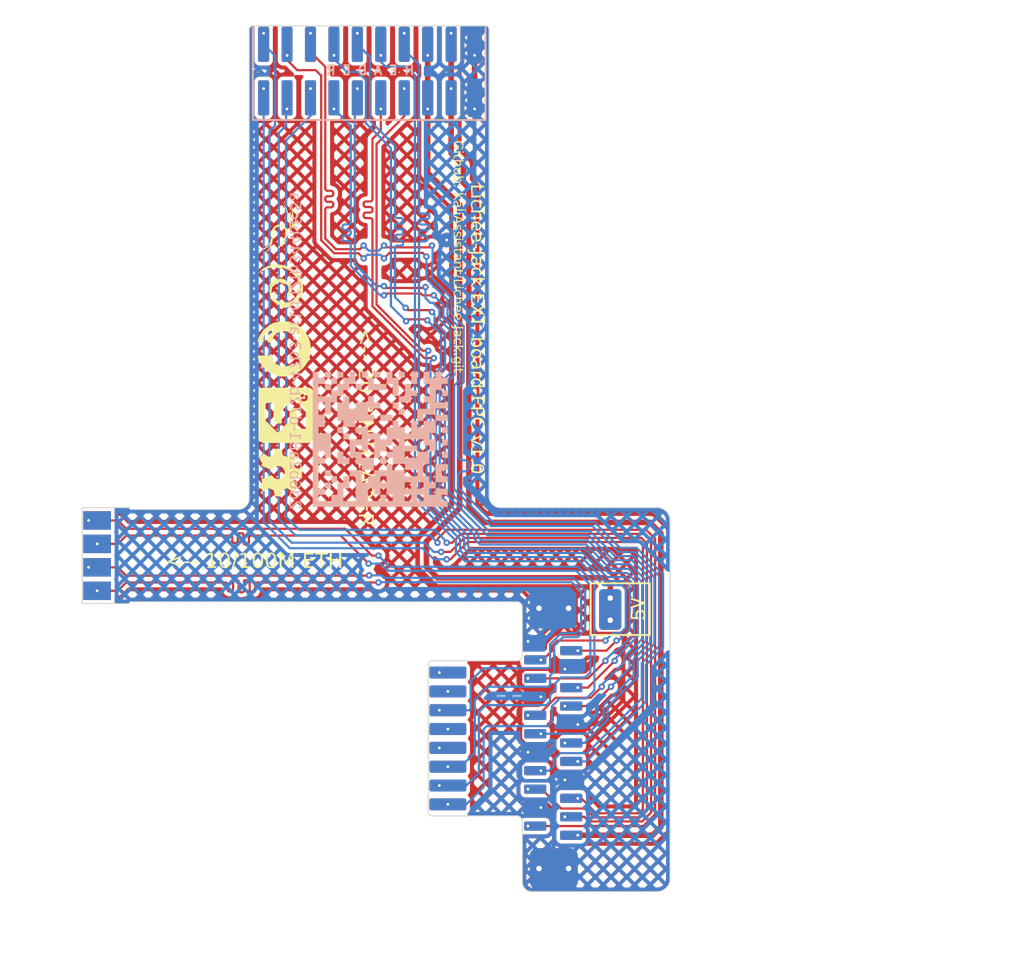
<source format=kicad_pcb>
(kicad_pcb (version 20241229) (generator "pcbnew") (generator_version "9.0")
  (title_block (title "Lichee-Jack EXT. board FPC") (date "2025-11-14") (rev "1.0") (company "KaliAssistant"))
  (layers (0 "F.Cu" signal) (2 "B.Cu" signal) (13 "F.Paste" user) (15 "B.Paste" user) (5 "F.SilkS" user "F.Silkscreen") (7 "B.SilkS" user "B.Silkscreen") (1 "F.Mask" user) (3 "B.Mask" user) (25 "Edge.Cuts" user))
  (net 0 "")
  (net 1 "Net-(PAD1-5V)")
  (net 2 "GNDREF")
  (net 3 "Net-(PAD1-CAM_IO1)")
  (net 4 "MIPI_RX3_N")
  (net 5 "Net-(PAD1-CAM_SDA)")
  (net 6 "MIPI_RX0_N")
  (net 7 "unconnected-(PAD1-ETH_PAD7-Pad27)")
  (net 8 "unconnected-(PAD1-ETH_PAD5-Pad29)")
  (net 9 "MIPI_RX4_P")
  (net 10 "Net-(PAD1-3V3)")
  (net 11 "MIPI_RX2_P")
  (net 12 "MIPI_RX1_N")
  (net 13 "MIPI_RX2_N")
  (net 14 "MIPI_RX0_P")
  (net 15 "MIPI_RX4_N")
  (net 16 "Net-(PAD1-CAM_IO0)")
  (net 17 "Net-(PAD1-CAM_SCL)")
  (net 18 "unconnected-(PAD1-ETH_PAD4-Pad30)")
  (net 19 "MIPI_RX3_P")
  (net 20 "MIPI_RX1_P")
  (net 21 "ETH_RD-")
  (net 22 "ETH_TD-")
  (net 23 "ETH_RD+")
  (net 24 "ETH_TD+")
  (net 25 "unconnected-(PAD1-ETH_PAD8-Pad26)")
  (footprint "Lichee-Jack-EXT-Board_FPC:ETH_PAD" (layer "F.Cu") (at 175.26 90.1 180)
    (property "Reference" "PAD2" (hide yes))
    (property "Value" "~")
  )
  (footprint "ICON:sipeed_logo_3x3" (layer "F.Cu") (at 185.5 82.5 -90)
    (property "Reference" "G***" (hide yes))
    (property "Value" "LOGO" (hide yes))
  )
  (footprint "Lichee-Jack-EXT-Board_FPC:_TO_STACK_BOARD_" (layer "F.Cu") (at 200 100)
    (property "Reference" "PAD1" (hide yes))
    (property "Value" "~")
  )
  (footprint "ICON:kali_3x3" (layer "F.Cu") (at 185 72.2 -90)
    (property "Reference" "G***" (hide yes))
    (property "Value" "LOGO" (hide yes))
  )
  (footprint "ICON:debian_3x3" (layer "F.Cu") (at 185.2 75.5 -90)
    (property "Reference" "G***" (hide yes))
    (property "Value" "LOGO" (hide yes))
  )
  (footprint "ICON:oshw_3x3" (layer "F.Cu") (at 185.2 85.6 -90)
    (property "Reference" "G***" (hide yes))
    (property "Value" "LOGO" (hide yes))
  )
  (footprint "Lichee-Jack-EXT-Board_FPC:HEADER_PAD" (layer "F.Cu") (at 189.995 63.85 180)
    (property "Reference" "PAD3" (hide yes))
    (property "Value" "~")
  )
  (footprint "ICON:github_3x3" (layer "F.Cu") (at 185.4 78.9 -90)
    (property "Reference" "G***" (hide yes))
    (property "Value" "LOGO" (hide yes))
  )
  (footprint "UUID:2d6b2a81-d72b-47b3-af1d-f2fb344bfc5a" (layer "B.Cu") (at 190.6 83.8 90)
    (property "Reference" "G***" (hide yes))
    (property "Value" "LOGO" (hide yes))
  )
  (gr_rect (start 202 91.6) (end 205.2 94.4) (stroke (width 0.1)) (fill no) (layer "F.SilkS"))
  (gr_line (start 196.3 61.5) (end 196.3 66.5) (stroke (width 0.1)) (layer "B.SilkS"))
  (gr_line (start 196.3 66.5) (end 183.7 66.5) (stroke (width 0.1)) (layer "B.SilkS"))
  (gr_line (start 183.7 66.5) (end 183.7 61.5) (stroke (width 0.1)) (layer "B.SilkS"))
  (gr_line (start 198.3 92.9) (end 198.3 95.5) (stroke (width 0.05)) (layer "Edge.Cuts"))
  (gr_arc (start 193.2 96) (mid 193.258579 95.858579) (end 193.4 95.8) (stroke (width 0.05)) (layer "Edge.Cuts"))
  (gr_line (start 183.5 61.6) (end 183.5 87) (stroke (width 0.05)) (layer "Edge.Cuts"))
  (gr_arc (start 198.8 108.3) (mid 198.446447 108.153553) (end 198.3 107.8) (stroke (width 0.05)) (layer "Edge.Cuts"))
  (gr_arc (start 198 104.2) (mid 198.212132 104.287868) (end 198.3 104.5) (stroke (width 0.05)) (layer "Edge.Cuts"))
  (gr_arc (start 177.1 87.6) (mid 177.029289 87.570711) (end 177 87.5) (stroke (width 0.05)) (layer "Edge.Cuts"))
  (gr_arc (start 183.5 87) (mid 183.324264 87.424264) (end 182.9 87.6) (stroke (width 0.05)) (layer "Edge.Cuts"))
  (gr_arc (start 198 92.6) (mid 198.212132 92.687868) (end 198.3 92.9) (stroke (width 0.05)) (layer "Edge.Cuts"))
  (gr_line (start 197.1 87.5) (end 205.6 87.5) (stroke (width 0.05)) (layer "Edge.Cuts"))
  (gr_line (start 193.2 104) (end 193.2 96) (stroke (width 0.05)) (layer "Edge.Cuts"))
  (gr_arc (start 206.3 107.6) (mid 206.094975 108.094975) (end 205.6 108.3) (stroke (width 0.05)) (layer "Edge.Cuts"))
  (gr_line (start 206.3 107.6) (end 206.3 88.2) (stroke (width 0.05)) (layer "Edge.Cuts"))
  (gr_line (start 174.45 92.7) (end 177 92.7) (stroke (width 0.05)) (layer "Edge.Cuts"))
  (gr_line (start 174.45 87.5) (end 177 87.5) (stroke (width 0.05)) (layer "Edge.Cuts"))
  (gr_line (start 198.3 104.5) (end 198.3 105.2) (stroke (width 0.05)) (layer "Edge.Cuts"))
  (gr_line (start 193.4 104.2) (end 198 104.2) (stroke (width 0.05)) (layer "Edge.Cuts"))
  (gr_line (start 198.3 105.2) (end 198.3 107.8) (stroke (width 0.05)) (layer "Edge.Cuts"))
  (gr_line (start 193.4 95.8) (end 198 95.8) (stroke (width 0.05)) (layer "Edge.Cuts"))
  (gr_arc (start 198.3 95.5) (mid 198.212132 95.712132) (end 198 95.8) (stroke (width 0.05)) (layer "Edge.Cuts"))
  (gr_arc (start 193.4 104.2) (mid 193.258579 104.141421) (end 193.2 104) (stroke (width 0.05)) (layer "Edge.Cuts"))
  (gr_line (start 177.1 92.6) (end 198 92.6) (stroke (width 0.05)) (layer "Edge.Cuts"))
  (gr_line (start 174.45 92.7) (end 174.45 87.5) (stroke (width 0.05)) (layer "Edge.Cuts"))
  (gr_line (start 196.3 61.4) (end 183.7 61.4) (stroke (width 0.05)) (layer "Edge.Cuts"))
  (gr_arc (start 177 92.7) (mid 177.029289 92.629289) (end 177.1 92.6) (stroke (width 0.05)) (layer "Edge.Cuts"))
  (gr_line (start 198.8 108.3) (end 205.6 108.3) (stroke (width 0.05)) (layer "Edge.Cuts"))
  (gr_line (start 177.1 87.6) (end 182.9 87.6) (stroke (width 0.05)) (layer "Edge.Cuts"))
  (gr_line (start 196.5 61.6) (end 196.5 86.9) (stroke (width 0.05)) (layer "Edge.Cuts"))
  (gr_arc (start 183.5 61.6) (mid 183.558579 61.458579) (end 183.7 61.4) (stroke (width 0.05)) (layer "Edge.Cuts"))
  (gr_arc (start 196.3 61.4) (mid 196.441421 61.458579) (end 196.5 61.6) (stroke (width 0.05)) (layer "Edge.Cuts"))
  (gr_arc (start 205.6 87.5) (mid 206.094975 87.705025) (end 206.3 88.2) (stroke (width 0.05)) (layer "Edge.Cuts"))
  (gr_arc (start 197.1 87.5) (mid 196.675736 87.324264) (end 196.5 86.9) (stroke (width 0.05)) (layer "Edge.Cuts"))
  (gr_text "Lichee-Jack EXT. board-FPC v1.0" (at 195.4 85.7 270) (layer "F.SilkS") (effects (font (size 0.7 0.7) (thickness 0.1)) (justify right bottom)))
  (gr_text "<-- 10/100M ETH" (at 179 90.9 0) (layer "F.SilkS") (effects (font (size 0.8 0.8) (thickness 0.1)) (justify left bottom)))
  (gr_text "<-- 20 PIN HEADER" (at 189.3 77.8 270) (layer "F.SilkS") (effects (font (size 0.8 0.8) (thickness 0.1)) (justify left bottom)))
  (gr_text "5V" (at 205 93.7 90) (layer "F.SilkS") (effects (font (size 0.7 0.7) (thickness 0.1)) (justify left bottom)))
  (gr_text "Github: KaliAssistant/Lichee-Jack.git" (at 194.5 67.6 270) (layer "F.SilkS") (effects (font (size 0.5 0.5) (thickness 0.1)) (justify left bottom)))
  (gr_text "2d6b2a81-d72b-47b3-af1d-f2fb344bfc5a" (at 185.6 87.6 270) (layer "B.SilkS") (effects (font (size 0.6 0.6) (thickness 0.1)) (justify left bottom mirror)))
  (gr_text "H E A D E R" (at 192.5 64.1 0) (layer "B.SilkS") (effects (font (size 0.5 0.5) (thickness 0.1)) (justify left bottom mirror)))
  (segment (start 193.1 89.326834) (end 194.9 87.526834) (width 0.3) (layer "F.Cu") (net 1))
  (segment (start 194.9 71.1) (end 193.17 69.37) (width 0.3) (layer "F.Cu") (net 1))
  (segment (start 193.17 69.37) (end 193.17 65.3) (width 0.3) (layer "F.Cu") (net 1))
  (segment (start 203.06 93.02) (end 203.06 91.66) (width 0.3) (layer "F.Cu") (net 1))
  (segment (start 194.9 87.526834) (end 194.9 71.1) (width 0.3) (layer "F.Cu") (net 1))
  (segment (start 193.17 62.4) (end 193.17 65.3) (width 0.3) (layer "F.Cu") (net 1))
  (segment (start 202.7 91.3) (end 193.7 91.3) (width 0.3) (layer "F.Cu") (net 1))
  (segment (start 193.1 90.7) (end 193.1 89.326834) (width 0.3) (layer "F.Cu") (net 1))
  (segment (start 193.7 91.3) (end 193.1 90.7) (width 0.3) (layer "F.Cu") (net 1))
  (segment (start 203.06 91.66) (end 202.7 91.3) (width 0.3) (layer "F.Cu") (net 1))
  (via (at 193.17 63) (size 0.35) (drill 0.15) (layers "F.Cu" "B.Cu") (net 1))
  (via (at 203.06 93.6) (size 0.6) (drill 0.3) (layers "F.Cu" "B.Cu") (net 1))
  (via (at 203.06 92.4) (size 0.6) (drill 0.3) (layers "F.Cu" "B.Cu") (net 1))
  (via (at 193.17 65.9) (size 0.35) (drill 0.15) (layers "F.Cu" "B.Cu") (net 1))
  (segment (start 194.5 87.349) (end 194.5 73.2) (width 0.2) (layer "F.Cu") (net 2))
  (segment (start 198.194 97.041402) (end 198.194 96.458598) (width 0.2) (layer "F.Cu") (net 2))
  (segment (start 198.3 92) (end 193.903612 92) (width 0.2) (layer "F.Cu") (net 2))
  (segment (start 198.995 97.75) (end 198.395001 97.75) (width 0.2) (layer "F.Cu") (net 2))
  (segment (start 200 93.745) (end 200 92.95) (width 0.2) (layer "F.Cu") (net 2))
  (segment (start 200.945 99.25) (end 202.45 99.25) (width 0.2) (layer "F.Cu") (net 2))
  (segment (start 199.352598 100.75) (end 200.852598 99.25) (width 0.2) (layer "F.Cu") (net 2))
  (segment (start 198.902598 97.75) (end 198.194 97.041402) (width 0.2) (layer "F.Cu") (net 2))
  (segment (start 195.71 62.4) (end 195.71 65.3) (width 0.3) (layer "F.Cu") (net 2))
  (segment (start 198.194 97.951001) (end 198.194 100.041402) (width 0.2) (layer "F.Cu") (net 2))
  (segment (start 203.552745 94.321) (end 201.371 94.321) (width 0.2) (layer "F.Cu") (net 2))
  (segment (start 198.995 100.75) (end 199.352598 100.75) (width 0.2) (layer "F.Cu") (net 2))
  (segment (start 194.3 73) (end 194.2 73) (width 0.2) (layer "F.Cu") (net 2))
  (segment (start 198.194 100.041402) (end 198.902598 100.75) (width 0.2) (layer "F.Cu") (net 2))
  (segment (start 202.45 99.25) (end 203.776 97.924) (width 0.2) (layer "F.Cu") (net 2))
  (segment (start 203.776 94.544255) (end 203.552745 94.321) (width 0.2) (layer "F.Cu") (net 2))
  (segment (start 193.5745 88.2745) (end 194.5 87.349) (width 0.2) (layer "F.Cu") (net 2))
  (segment (start 200 92.95) (end 199.25 92.95) (width 0.2) (layer "F.Cu") (net 2))
  (segment (start 192.6 90.696388) (end 192.6 89.249) (width 0.2) (layer "F.Cu") (net 2))
  (segment (start 198.402598 96.25) (end 200.6 96.25) (width 0.2) (layer "F.Cu") (net 2))
  (segment (start 201.371 94.321) (end 200 92.95) (width 0.2) (layer "F.Cu") (net 2))
  (segment (start 193.5745 88.2745) (end 193.649 88.2) (width 0.2) (layer "F.Cu") (net 2))
  (segment (start 198.995 94.75) (end 200 93.745) (width 0.2) (layer "F.Cu") (net 2))
  (segment (start 194.5 73.2) (end 194.3 73) (width 0.2) (layer "F.Cu") (net 2))
  (segment (start 198.395001 97.75) (end 198.194 97.951001) (width 0.2) (layer "F.Cu") (net 2))
  (segment (start 203.776 97.924) (end 203.776 94.544255) (width 0.2) (layer "F.Cu") (net 2))
  (segment (start 199.25 92.95) (end 198.3 92) (width 0.2) (layer "F.Cu") (net 2))
  (segment (start 193.903612 92) (end 192.6 90.696388) (width 0.2) (layer "F.Cu") (net 2))
  (segment (start 192.6 89.249) (end 193.5745 88.2745) (width 0.2) (layer "F.Cu") (net 2))
  (segment (start 198.902598 100.75) (end 198.995 100.75) (width 0.2) (layer "F.Cu") (net 2))
  (segment (start 200.852598 99.25) (end 200.945 99.25) (width 0.2) (layer "F.Cu") (net 2))
  (segment (start 198.194 96.458598) (end 198.402598 96.25) (width 0.2) (layer "F.Cu") (net 2))
  (segment (start 198.995 97.75) (end 198.902598 97.75) (width 0.2) (layer "F.Cu") (net 2))
  (via (at 200.6 96.25) (size 0.35) (drill 0.15) (layers "F.Cu" "B.Cu") (net 2))
  (via (at 200.8 107.05) (size 0.6) (drill 0.3) (layers "F.Cu" "B.Cu") (net 2))
  (via (at 201.3 99.25) (size 0.35) (drill 0.15) (layers "F.Cu" "B.Cu") (net 2))
  (via (at 200.6 102.25) (size 0.35) (drill 0.15) (layers "F.Cu" "B.Cu") (net 2))
  (via (at 199.3 97.75) (size 0.35) (drill 0.15) (layers "F.Cu" "B.Cu") (net 2))
  (via (at 199.3 103.75) (size 0.35) (drill 0.15) (layers "F.Cu" "B.Cu") (net 2))
  (via (at 195.71 65.9) (size 0.35) (drill 0.15) (layers "F.Cu" "B.Cu") (net 2))
  (via (at 199.2 107.05) (size 0.6) (drill 0.3) (layers "F.Cu" "B.Cu") (net 2))
  (via (at 194.2 73) (size 0.35) (drill 0.15) (layers "F.Cu" "B.Cu") (net 2))
  (via (at 199.2 92.95) (size 0.6) (drill 0.3) (layers "F.Cu" "B.Cu") (net 2))
  (via (at 200.8 92.95) (size 0.6) (drill 0.3) (layers "F.Cu" "B.Cu") (net 2))
  (via (at 198.6 94.75) (size 0.35) (drill 0.15) (layers "F.Cu" "B.Cu") (net 2))
  (via (at 195.71 63) (size 0.35) (drill 0.15) (layers "F.Cu" "B.Cu") (net 2))
  (via (at 198.6 100.75) (size 0.35) (drill 0.15) (layers "F.Cu" "B.Cu") (net 2))
  (segment (start 198.4 102.299) (end 199.999 102.299) (width 0.2) (layer "B.Cu") (net 2))
  (segment (start 195.71 71.49) (end 195.71 68.4) (width 0.2) (layer "B.Cu") (net 2))
  (segment (start 195.71 68.4) (end 195.71 68.3) (width 0.2) (layer "B.Cu") (net 2))
  (segment (start 200 104.155001) (end 200 102.595001) (width 0.2) (layer "B.Cu") (net 2))
  (segment (start 198.902598 100.75) (end 198.194 101.458598) (width 0.2) (layer "B.Cu") (net 2))
  (segment (start 195.71 68.4) (end 195.71 65.3) (width 0.2) (layer "B.Cu") (net 2))
  (segment (start 200.1475 102.4475) (end 200.345001 102.25) (width 0.2) (layer "B.Cu") (net 2))
  (segment (start 200.345001 102.25) (end 200.945 102.25) (width 0.2) (layer "B.Cu") (net 2))
  (segment (start 200 102.595001) (end 200.1475 102.4475) (width 0.2) (layer "B.Cu") (net 2))
  (segment (start 198.194 102.093) (end 198.4 102.299) (width 0.2) (layer "B.Cu") (net 2))
  (segment (start 200 107.05) (end 200 104.155001) (width 0.2) (layer "B.Cu") (net 2))
  (segment (start 198.995 100.75) (end 198.902598 100.75) (width 0.2) (layer "B.Cu") (net 2))
  (segment (start 199.999 102.299) (end 200.1475 102.4475) (width 0.2) (layer "B.Cu") (net 2))
  (segment (start 200 104.155001) (end 199.594999 103.75) (width 0.2) (layer "B.Cu") (net 2))
  (segment (start 198.194 101.458598) (end 198.194 102.093) (width 0.2) (layer "B.Cu") (net 2))
  (segment (start 199.594999 103.75) (end 199.3 103.75) (width 0.2) (layer "B.Cu") (net 2))
  (segment (start 194.2 73) (end 195.71 71.49) (width 0.2) (layer "B.Cu") (net 2))
  (segment (start 201.492 103.25) (end 202.3 104.058) (width 0.12) (layer "F.Cu") (net 3))
  (segment (start 204.604374 104.058) (end 204.826 103.836374) (width 0.12) (layer "F.Cu") (net 3))
  (segment (start 202.3 104.058) (end 204.604374 104.058) (width 0.12) (layer "F.Cu") (net 3))
  (segment (start 204.826 103.836374) (end 204.826 89.538542) (width 0.12) (layer "F.Cu") (net 3))
  (segment (start 204.650458 89.363) (end 195.337 89.363) (width 0.12) (layer "F.Cu") (net 3))
  (segment (start 204.826 89.538542) (end 204.650458 89.363) (width 0.12) (layer "F.Cu") (net 3))
  (segment (start 194.4 90.3) (end 194.2 90.3) (width 0.12) (layer "F.Cu") (net 3))
  (segment (start 195.337 89.363) (end 194.4 90.3) (width 0.12) (layer "F.Cu") (net 3))
  (segment (start 200.945 103.25) (end 201.492 103.25) (width 0.12) (layer "F.Cu") (net 3))
  (via (at 184.28 64.8) (size 0.35) (drill 0.15) (layers "F.Cu" "B.Cu") (net 3))
  (via (at 201.3 103.25) (size 0.35) (drill 0.15) (layers "F.Cu" "B.Cu") (net 3))
  (via (at 194.2 90.3) (size 0.35) (drill 0.15) (layers "F.Cu" "B.Cu") (net 3))
  (segment (start 184.28 88.28) (end 185.7 89.7) (width 0.12) (layer "B.Cu") (net 3))
  (segment (start 184.28 65.3) (end 184.28 88.28) (width 0.12) (layer "B.Cu") (net 3))
  (segment (start 192.9 89.7) (end 193.5 90.3) (width 0.12) (layer "B.Cu") (net 3))
  (segment (start 185.7 89.7) (end 192.9 89.7) (width 0.12) (layer "B.Cu") (net 3))
  (segment (start 193.5 90.3) (end 194.2 90.3) (width 0.12) (layer "B.Cu") (net 3))
  (segment (start 192.9 79) (end 190.4 76.5) (width 0.12) (layer "F.Cu") (net 4))
  (segment (start 191.9 66.3) (end 191.9 65.3) (width 0.12) (layer "F.Cu") (net 4))
  (segment (start 190.4 67.8) (end 191.9 66.3) (width 0.12) (layer "F.Cu") (net 4))
  (segment (start 190.4 76.5) (end 190.4 67.8) (width 0.12) (layer "F.Cu") (net 4))
  (segment (start 193.2 79) (end 192.9 79) (width 0.12) (layer "F.Cu") (net 4))
  (segment (start 201.85 96.75) (end 202.8 95.8) (width 0.12) (layer "F.Cu") (net 4))
  (segment (start 198.995 96.75) (end 201.85 96.75) (width 0.12) (layer "F.Cu") (net 4))
  (via (at 198.6 96.75) (size 0.35) (drill 0.15) (layers "F.Cu" "B.Cu") (net 4))
  (via (at 193.2 79) (size 0.35) (drill 0.15) (layers "F.Cu" "B.Cu") (net 4))
  (via (at 202.8 95.8) (size 0.35) (drill 0.15) (layers "F.Cu" "B.Cu") (net 4))
  (via (at 191.9 64.8) (size 0.35) (drill 0.15) (layers "F.Cu" "B.Cu") (net 4))
  (segment (start 195.142 89.7) (end 195.4 89.958) (width 0.12) (layer "B.Cu") (net 4))
  (segment (start 202.883084 91.258) (end 203.883082 91.258) (width 0.12) (layer "B.Cu") (net 4))
  (segment (start 202.8 95.754113) (end 202.8 95.8) (width 0.12) (layer "B.Cu") (net 4))
  (segment (start 195.142 89.116917) (end 195.142 89.7) (width 0.12) (layer "B.Cu") (net 4))
  (segment (start 203.254113 95.3) (end 202.8 95.754113) (width 0.12) (layer "B.Cu") (net 4))
  (segment (start 195.4 89.958) (end 201.583083 89.958) (width 0.12) (layer "B.Cu") (net 4))
  (segment (start 204.342 94.358) (end 203.4 95.3) (width 0.12) (layer "B.Cu") (net 4))
  (segment (start 193.2 79) (end 193.1 79.1) (width 0.12) (layer "B.Cu") (net 4))
  (segment (start 203.883082 91.258) (end 204.342 91.716917) (width 0.12) (layer "B.Cu") (net 4))
  (segment (start 193.1 87.074916) (end 195.142 89.116917) (width 0.12) (layer "B.Cu") (net 4))
  (segment (start 204.342 91.716917) (end 204.342 94.358) (width 0.12) (layer "B.Cu") (net 4))
  (segment (start 193.1 79.1) (end 193.1 87.074916) (width 0.12) (layer "B.Cu") (net 4))
  (segment (start 203.4 95.3) (end 203.254113 95.3) (width 0.12) (layer "B.Cu") (net 4))
  (segment (start 201.583083 89.958) (end 202.883084 91.258) (width 0.12) (layer "B.Cu") (net 4))
  (segment (start 193.7 89.2) (end 194.2 88.7) (width 0.12) (layer "F.Cu") (net 5))
  (segment (start 194.2 88.7) (end 205 88.7) (width 0.12) (layer "F.Cu") (net 5))
  (segment (start 193.7 89.4) (end 193.7 89.2) (width 0.12) (layer "F.Cu") (net 5))
  (segment (start 205.489 89.189001) (end 205.489 104.111) (width 0.12) (layer "F.Cu") (net 5))
  (segment (start 205.489 104.111) (end 204.85 104.75) (width 0.12) (layer "F.Cu") (net 5))
  (segment (start 205 88.7) (end 205.489 89.189001) (width 0.12) (layer "F.Cu") (net 5))
  (segment (start 185.55 65.4) (end 185.55 66.15) (width 0.12) (layer "F.Cu") (net 5))
  (segment (start 204.85 104.75) (end 198.995 104.75) (width 0.12) (layer "F.Cu") (net 5))
  (via (at 193.7 89.4) (size 0.35) (drill 0.15) (layers "F.Cu" "B.Cu") (net 5))
  (via (at 185.55 65.9) (size 0.35) (drill 0.15) (layers "F.Cu" "B.Cu") (net 5))
  (via (at 198.6 104.75) (size 0.35) (drill 0.15) (layers "F.Cu" "B.Cu") (net 5))
  (segment (start 185.5 65.95) (end 185.55 65.9) (width 0.12) (layer "B.Cu") (net 5))
  (segment (start 185.1 67.2) (end 185.5 66.8) (width 0.12) (layer "B.Cu") (net 5))
  (segment (start 193.7 89.4) (end 193.3 89) (width 0.12) (layer "B.Cu") (net 5))
  (segment (start 185.1 88.1) (end 185.1 67.2) (width 0.12) (layer "B.Cu") (net 5))
  (segment (start 186 89) (end 185.1 88.1) (width 0.12) (layer "B.Cu") (net 5))
  (segment (start 185.5 66.8) (end 185.5 65.95) (width 0.12) (layer "B.Cu") (net 5))
  (segment (start 193.3 89) (end 186 89) (width 0.12) (layer "B.Cu") (net 5))
  (segment (start 189.7 73.3) (end 189.5 73.5) (width 0.12) (layer "F.Cu") (net 6))
  (segment (start 190.9 73.4) (end 193.3 73.4) (width 0.12) (layer "F.Cu") (net 6))
  (segment (start 187.621 70.812497) (end 187.621 70.752497) (width 0.12) (layer "F.Cu") (net 6))
  (segment (start 188.051249 71.112497) (end 188.051249 71.052497) (width 0.12) (layer "F.Cu") (net 6))
  (segment (start 187.621 70.152497) (end 187.621 70.059053) (width 0.12) (layer "F.Cu") (net 6))
  (segment (start 186.82 62.82) (end 186.82 62.4) (width 0.12) (layer "F.Cu") (net 6))
  (segment (start 187.621 70.059053) (end 187.621 63.621) (width 0.12) (layer "F.Cu") (net 6))
  (segment (start 187.621 70.212497) (end 187.621 70.152497) (width 0.12) (layer "F.Cu") (net 6))
  (segment (start 187.621 63.621) (end 186.82 62.82) (width 0.12) (layer "F.Cu") (net 6))
  (segment (start 189.5 73.5) (end 188.2 73.5) (width 0.12) (layer "F.Cu") (net 6))
  (segment (start 188.051253 70.512497) (end 188.051253 70.452497) (width 0.12) (layer "F.Cu") (net 6))
  (segment (start 187.931249 70.932497) (end 187.741 70.932497) (width 0.12) (layer "F.Cu") (net 6))
  (segment (start 193.3 73.4) (end 193.4 73.3) (width 0.12) (layer "F.Cu") (net 6))
  (segment (start 190.8 73.3) (end 190.9 73.4) (width 0.12) (layer "F.Cu") (net 6))
  (segment (start 187.621 72.921) (end 187.621 71.352497) (width 0.12) (layer "F.Cu") (net 6))
  (segment (start 187.931253 70.332497) (end 187.741 70.332497) (width 0.12) (layer "F.Cu") (net 6))
  (segment (start 187.741 71.232497) (end 187.931249 71.232497) (width 0.12) (layer "F.Cu") (net 6))
  (segment (start 188.2 73.5) (end 187.621 72.921) (width 0.12) (layer "F.Cu") (net 6))
  (segment (start 187.741 70.632497) (end 187.931253 70.632497) (width 0.12) (layer "F.Cu") (net 6))
  (via (at 193.4 73.3) (size 0.35) (drill 0.15) (layers "F.Cu" "B.Cu") (net 6))
  (via (at 189.7 73.3) (size 0.35) (drill 0.15) (layers "F.Cu" "B.Cu") (net 6))
  (via (at 201.3 101.25) (size 0.35) (drill 0.15) (layers "F.Cu" "B.Cu") (net 6))
  (via (at 190.8 73.3) (size 0.35) (drill 0.15) (layers "F.Cu" "B.Cu") (net 6))
  (via (at 186.82 61.8) (size 0.35) (drill 0.15) (layers "F.Cu" "B.Cu") (net 6))
  (arc (start 187.741 70.932497) (mid 187.656147 70.89735) (end 187.621 70.812497) (width 0.12) (layer "F.Cu") (net 6))
  (arc (start 187.931249 71.232497) (mid 188.016102 71.19735) (end 188.051249 71.112497) (width 0.12) (layer "F.Cu") (net 6))
  (arc (start 187.621 71.352497) (mid 187.656147 71.267644) (end 187.741 71.232497) (width 0.12) (layer "F.Cu") (net 6))
  (arc (start 188.051249 71.052497) (mid 188.016102 70.967644) (end 187.931249 70.932497) (width 0.12) (layer "F.Cu") (net 6))
  (arc (start 187.621 70.752497) (mid 187.656147 70.667644) (end 187.741 70.632497) (width 0.12) (layer "F.Cu") (net 6))
  (arc (start 187.931253 70.632497) (mid 188.016106 70.59735) (end 188.051253 70.512497) (width 0.12) (layer "F.Cu") (net 6))
  (arc (start 187.741 70.332497) (mid 187.656147 70.29735) (end 187.621 70.212497) (width 0.12) (layer "F.Cu") (net 6))
  (arc (start 188.051253 70.452497) (mid 188.016106 70.367644) (end 187.931253 70.332497) (width 0.12) (layer "F.Cu") (net 6))
  (segment (start 202.191541 88.279) (end 196.691542 88.279) (width 0.12) (layer "B.Cu") (net 6))
  (segment (start 194.821 84.694787) (end 194.821 84.574787) (width 0.12) (layer "B.Cu") (net 6))
  (segment (start 205.921 91.108459) (end 204.497187 89.684645) (width 0.12) (layer "B.Cu") (net 6))
  (segment (start 189.7 73.3) (end 189.979 73.579) (width 0.12) (layer "B.Cu") (net 6))
  (segment (start 204.497187 89.684645) (end 203.597186 89.684645) (width 0.12) (layer "B.Cu") (net 6))
  (segment (start 195.171111 84.934787) (end 195.061 84.934787) (width 0.12) (layer "B.Cu") (net 6))
  (segment (start 193.436 74.264) (end 193.436 73.336) (width 0.12) (layer "B.Cu") (net 6))
  (segment (start 194.463 76.150459) (end 193.4 75.087458) (width 0.12) (layer "B.Cu") (net 6))
  (segment (start 204.990271 98.009729) (end 204.990271 96.022271) (width 0.12) (layer "B.Cu") (net 6))
  (segment (start 195.121 77.666459) (end 194.463 77.008458) (width 0.12) (layer "B.Cu") (net 6))
  (segment (start 196.691542 88.279) (end 194.821 86.408458) (width 0.12) (layer "B.Cu") (net 6))
  (segment (start 200.945 101.25) (end 201.75 101.25) (width 0.12) (layer "B.Cu") (net 6))
  (segment (start 195.061 85.534787) (end 195.171111 85.534787) (width 0.12) (layer "B.Cu") (net 6))
  (segment (start 194.821 81) (end 195.121 80.7) (width 0.12) (layer "B.Cu") (net 6))
  (segment (start 194.463 77.008458) (end 194.463 76.150459) (width 0.12) (layer "B.Cu") (net 6))
  (segment (start 195.121 80.7) (end 195.121 77.666459) (width 0.12) (layer "B.Cu") (net 6))
  (segment (start 193.4 75.087458) (end 193.4 74.3) (width 0.12) (layer "B.Cu") (net 6))
  (segment (start 193.4 74.3) (end 193.436 74.264) (width 0.12) (layer "B.Cu") (net 6))
  (segment (start 205.921 95.091541) (end 205.921 91.108459) (width 0.12) (layer "B.Cu") (net 6))
  (segment (start 194.821 84.574787) (end 194.821 82.068464) (width 0.12) (layer "B.Cu") (net 6))
  (segment (start 194.821 82.068464) (end 194.821 81) (width 0.12) (layer "B.Cu") (net 6))
  (segment (start 189.979 73.579) (end 190.521 73.579) (width 0.12) (layer "B.Cu") (net 6))
  (segment (start 193.436 73.336) (end 193.4 73.3) (width 0.12) (layer "B.Cu") (net 6))
  (segment (start 204.990271 96.022271) (end 205.921 95.091541) (width 0.12) (layer "B.Cu") (net 6))
  (segment (start 201.75 101.25) (end 204.990271 98.009729) (width 0.12) (layer "B.Cu") (net 6))
  (segment (start 190.521 73.579) (end 190.8 73.3) (width 0.12) (layer "B.Cu") (net 6))
  (segment (start 194.821 86.408458) (end 194.821 85.774787) (width 0.12) (layer "B.Cu") (net 6))
  (segment (start 195.411111 85.294787) (end 195.411111 85.174787) (width 0.12) (layer "B.Cu") (net 6))
  (segment (start 203.597186 89.684645) (end 202.191541 88.279) (width 0.12) (layer "B.Cu") (net 6))
  (arc (start 195.411111 85.174787) (mid 195.340817 85.005081) (end 195.171111 84.934787) (width 0.12) (layer "B.Cu") (net 6))
  (arc (start 195.171111 85.534787) (mid 195.340817 85.464493) (end 195.411111 85.294787) (width 0.12) (layer "B.Cu") (net 6))
  (arc (start 195.061 84.934787) (mid 194.891294 84.864493) (end 194.821 84.694787) (width 0.12) (layer "B.Cu") (net 6))
  (arc (start 194.821 85.774787) (mid 194.891294 85.605081) (end 195.061 85.534787) (width 0.12) (layer "B.Cu") (net 6))
  (via (at 194.26 97.455) (size 0.35) (drill 0.15) (layers "F.Cu" "B.Cu") (net 7))
  (via (at 194.26 99.495) (size 0.35) (drill 0.15) (layers "F.Cu" "B.Cu") (net 8))
  (segment (start 199.9 95) (end 200.2 94.7) (width 0.12) (layer "F.Cu") (net 9))
  (segment (start 198.995 95.75) (end 199.409168 95.75) (width 0.12) (layer "F.Cu") (net 9))
  (segment (start 200.2 94.7) (end 202.8 94.7) (width 0.12) (layer "F.Cu") (net 9))
  (segment (start 199.409168 95.75) (end 199.9 95.259168) (width 0.12) (layer "F.Cu") (net 9))
  (segment (start 199.9 95.259168) (end 199.9 95) (width 0.12) (layer "F.Cu") (net 9))
  (via (at 202.8 94.7) (size 0.35) (drill 0.15) (layers "F.Cu" "B.Cu") (net 9))
  (via (at 199.3 95.75) (size 0.35) (drill 0.15) (layers "F.Cu" "B.Cu") (net 9))
  (via (at 190.63 63) (size 0.35) (drill 0.15) (layers "F.Cu" "B.Cu") (net 9))
  (segment (start 192.479 64.079) (end 192 63.6) (width 0.12) (layer "B.Cu") (net 9))
  (segment (start 203.7 91.7) (end 202.7 91.7) (width 0.12) (layer "B.Cu") (net 9))
  (segment (start 201.4 90.4) (end 195.187458 90.4) (width 0.12) (layer "B.Cu") (net 9))
  (segment (start 203.186 94.314) (end 203.593234 94.314) (width 0.12) (layer "B.Cu") (net 9))
  (segment (start 202.8 94.7) (end 203.186 94.314) (width 0.12) (layer "B.Cu") (net 9))
  (segment (start 203.9 91.9) (end 203.7 91.7) (width 0.12) (layer "B.Cu") (net 9))
  (segment (start 190.63 63.349999) (end 190.63 63) (width 0.12) (layer "B.Cu") (net 9))
  (segment (start 203.9 94.007234) (end 203.9 91.9) (width 0.12) (layer "B.Cu") (net 9))
  (segment (start 192 63.6) (end 190.880001 63.6) (width 0.12) (layer "B.Cu") (net 9))
  (segment (start 192.479 87.079) (end 192.479 64.079) (width 0.12) (layer "B.Cu") (net 9))
  (segment (start 194.7 89.3) (end 192.479 87.079) (width 0.12) (layer "B.Cu") (net 9))
  (segment (start 203.593234 94.314) (end 203.9 94.007234) (width 0.12) (layer "B.Cu") (net 9))
  (segment (start 190.880001 63.6) (end 190.63 63.349999) (width 0.12) (layer "B.Cu") (net 9))
  (segment (start 202.7 91.7) (end 201.4 90.4) (width 0.12) (layer "B.Cu") (net 9))
  (segment (start 195.187458 90.4) (end 194.7 89.912541) (width 0.12) (layer "B.Cu") (net 9))
  (segment (start 194.7 89.912541) (end 194.7 89.3) (width 0.12) (layer "B.Cu") (net 9))
  (segment (start 195.4 87.5) (end 195.4 70.2) (width 0.3) (layer "F.Cu") (net 10))
  (segment (start 200.945 105.25) (end 205.35 105.25) (width 0.3) (layer "F.Cu") (net 10))
  (segment (start 205.35 105.25) (end 205.8 104.8) (width 0.3) (layer "F.Cu") (net 10))
  (segment (start 195.4 70.2) (end 195.1 69.9) (width 0.3) (layer "F.Cu") (net 10))
  (segment (start 194.44 68.3) (end 194.44 65.3) (width 0.3) (layer "F.Cu") (net 10))
  (segment (start 195.1 68.96) (end 194.44 68.3) (width 0.3) (layer "F.Cu") (net 10))
  (segment (start 195.1 69.9) (end 195.1 68.96) (width 0.3) (layer "F.Cu") (net 10))
  (segment (start 205.2 88.3) (end 196.2 88.3) (width 0.3) (layer "F.Cu") (net 10))
  (segment (start 194.44 62.4) (end 194.44 65.3) (width 0.3) (layer "F.Cu") (net 10))
  (segment (start 205.8 88.9) (end 205.2 88.3) (width 0.3) (layer "F.Cu") (net 10))
  (segment (start 205.8 104.8) (end 205.8 88.9) (width 0.3) (layer "F.Cu") (net 10))
  (segment (start 196.2 88.3) (end 195.4 87.5) (width 0.3) (layer "F.Cu") (net 10))
  (via (at 194.44 64.8) (size 0.35) (drill 0.15) (layers "F.Cu" "B.Cu") (net 10))
  (via (at 201.3 105.25) (size 0.35) (drill 0.15) (layers "F.Cu" "B.Cu") (net 10))
  (via (at 194.44 61.8) (size 0.35) (drill 0.15) (layers "F.Cu" "B.Cu") (net 10))
  (segment (start 192 77.4) (end 192.1 77.3) (width 0.12) (layer "F.Cu") (net 11))
  (segment (start 199.15 98.75) (end 200 97.9) (width 0.12) (layer "F.Cu") (net 11))
  (segment (start 202 97.8) (end 202.6 97.2) (width 0.12) (layer "F.Cu") (net 11))
  (segment (start 192.1 77.3) (end 193.1 77.3) (width 0.12) (layer "F.Cu") (net 11))
  (segment (start 193.15 77.35) (end 193.2 77.4) (width 0.12) (layer "F.Cu") (net 11))
  (segment (start 200 97.9) (end 200.1 97.8) (width 0.12) (layer "F.Cu") (net 11))
  (segment (start 200.1 97.8) (end 202 97.8) (width 0.12) (layer "F.Cu") (net 11))
  (segment (start 193.1 77.3) (end 193.15 77.35) (width 0.12) (layer "F.Cu") (net 11))
  (segment (start 198.995 98.75) (end 199.15 98.75) (width 0.12) (layer "F.Cu") (net 11))
  (via (at 202.6 97.2) (size 0.35) (drill 0.15) (layers "F.Cu" "B.Cu") (net 11))
  (via (at 193.15 77.35) (size 0.35) (drill 0.15) (layers "F.Cu" "B.Cu") (net 11))
  (via (at 188.09 63) (size 0.35) (drill 0.15) (layers "F.Cu" "B.Cu") (net 11))
  (via (at 192 77.4) (size 0.35) (drill 0.15) (layers "F.Cu" "B.Cu") (net 11))
  (via (at 198.6 98.75) (size 0.35) (drill 0.15) (layers "F.Cu" "B.Cu") (net 11))
  (segment (start 189.821 66.671) (end 189.821 64.333538) (width 0.12) (layer "B.Cu") (net 11))
  (segment (start 191.179 68.029) (end 189.821 66.671) (width 0.12) (layer "B.Cu") (net 11))
  (segment (start 192 77.4) (end 191.179 76.579) (width 0.12) (layer "B.Cu") (net 11))
  (segment (start 196 89.5) (end 201.750167 89.5) (width 0.12) (layer "B.Cu") (net 11))
  (segment (start 204.783999 91.533834) (end 204.783999 94.616001) (width 0.12) (layer "B.Cu") (net 11))
  (segment (start 193.886 79.914) (end 193.6 80.2) (width 0.12) (layer "B.Cu") (net 11))
  (segment (start 202.6 97.1) (end 202.6 97.2) (width 0.12) (layer "B.Cu") (net 11))
  (segment (start 203.066168 90.816) (end 204.066164 90.816) (width 0.12) (layer "B.Cu") (net 11))
  (segment (start 204.066164 90.816) (end 204.783999 91.533834) (width 0.12) (layer "B.Cu") (net 11))
  (segment (start 203.8 95.6) (end 203.8 95.9) (width 0.12) (layer "B.Cu") (net 11))
  (segment (start 195.7 89) (end 195.7 89.2) (width 0.12) (layer "B.Cu") (net 11))
  (segment (start 191.179 76.579) (end 191.179 68.029) (width 0.12) (layer "B.Cu") (net 11))
  (segment (start 203.8 95.9) (end 202.6 97.1) (width 0.12) (layer "B.Cu") (net 11))
  (segment (start 193.6 86.9) (end 195.7 89) (width 0.12) (layer "B.Cu") (net 11))
  (segment (start 204.783999 94.616001) (end 203.8 95.6) (width 0.12) (layer "B.Cu") (net 11))
  (segment (start 189.821 64.333538) (end 189.387462 63.9) (width 0.12) (layer "B.Cu") (net 11))
  (segment (start 193.6 80.2) (end 193.6 86.9) (width 0.12) (layer "B.Cu") (net 11))
  (segment (start 195.7 89.2) (end 196 89.5) (width 0.12) (layer "B.Cu") (net 11))
  (segment (start 201.750167 89.5) (end 203.066168 90.816) (width 0.12) (layer "B.Cu") (net 11))
  (segment (start 188.8 63.9) (end 188.09 63.19) (width 0.12) (layer "B.Cu") (net 11))
  (segment (start 193.886 78.086) (end 193.886 79.914) (width 0.12) (layer "B.Cu") (net 11))
  (segment (start 189.387462 63.9) (end 188.8 63.9) (width 0.12) (layer "B.Cu") (net 11))
  (segment (start 188.09 63.19) (end 188.09 63) (width 0.12) (layer "B.Cu") (net 11))
  (segment (start 193.15 77.35) (end 193.886 78.086) (width 0.12) (layer "B.Cu") (net 11))
  (segment (start 190.8 75.5) (end 190.9 75.6) (width 0.12) (layer "F.Cu") (net 12))
  (segment (start 193.05 75.55) (end 193.1 75.5) (width 0.12) (layer "F.Cu") (net 12))
  (segment (start 190.9 75.6) (end 193 75.6) (width 0.12) (layer "F.Cu") (net 12))
  (segment (start 193 75.6) (end 193.05 75.55) (width 0.12) (layer "F.Cu") (net 12))
  (via (at 199.3 99.75) (size 0.35) (drill 0.15) (layers "F.Cu" "B.Cu") (net 12))
  (via (at 193.05 75.55) (size 0.35) (drill 0.15) (layers "F.Cu" "B.Cu") (net 12))
  (via (at 189.36 64.8) (size 0.35) (drill 0.15) (layers "F.Cu" "B.Cu") (net 12))
  (via (at 190.8 75.5) (size 0.35) (drill 0.15) (layers "F.Cu" "B.Cu") (net 12))
  (segment (start 189.221 74.308458) (end 190.412542 75.5) (width 0.12) (layer "B.Cu") (net 12))
  (segment (start 203.222897 90.347645) (end 204.222892 90.347645) (width 0.12) (layer "B.Cu") (net 12))
  (segment (start 201.875251 89) (end 203.222897 90.347645) (width 0.12) (layer "B.Cu") (net 12))
  (segment (start 202.7 98.9) (end 201.85 99.75) (width 0.12) (layer "B.Cu") (net 12))
  (segment (start 194.4 80.2) (end 194.1 80.5) (width 0.12) (layer "B.Cu") (net 12))
  (segment (start 201.85 99.75) (end 198.995 99.75) (width 0.12) (layer "B.Cu") (net 12))
  (segment (start 193.05 75.55) (end 193.05 76.15) (width 0.12) (layer "B.Cu") (net 12))
  (segment (start 193.8 77.3) (end 194.4 77.9) (width 0.12) (layer "B.Cu") (net 12))
  (segment (start 202.7 98.2) (end 202.7 98.9) (width 0.12) (layer "B.Cu") (net 12))
  (segment (start 194.4 77.9) (end 194.4 80.2) (width 0.12) (layer "B.Cu") (net 12))
  (segment (start 189.36 65.3) (end 189.221 65.439) (width 0.12) (layer "B.Cu") (net 12))
  (segment (start 193.8 76.754113) (end 193.8 77.3) (width 0.12) (layer "B.Cu") (net 12))
  (segment (start 194.1 86.7) (end 196.4 89) (width 0.12) (layer "B.Cu") (net 12))
  (segment (start 204.222892 90.347645) (end 205.225998 91.350751) (width 0.12) (layer "B.Cu") (net 12))
  (segment (start 204.327271 95.7) (end 204.327271 96.572729) (width 0.12) (layer "B.Cu") (net 12))
  (segment (start 196.4 89) (end 201.875251 89) (width 0.12) (layer "B.Cu") (net 12))
  (segment (start 193.05 76.15) (end 193.3 76.4) (width 0.12) (layer "B.Cu") (net 12))
  (segment (start 205.225998 94.801273) (end 204.327271 95.7) (width 0.12) (layer "B.Cu") (net 12))
  (segment (start 194.1 80.5) (end 194.1 86.7) (width 0.12) (layer "B.Cu") (net 12))
  (segment (start 193.445887 76.4) (end 193.8 76.754113) (width 0.12) (layer "B.Cu") (net 12))
  (segment (start 205.225998 91.350751) (end 205.225998 94.801273) (width 0.12) (layer "B.Cu") (net 12))
  (segment (start 189.221 65.439) (end 189.221 74.308458) (width 0.12) (layer "B.Cu") (net 12))
  (segment (start 193.3 76.4) (end 193.445887 76.4) (width 0.12) (layer "B.Cu") (net 12))
  (segment (start 204.327271 96.572729) (end 202.7 98.2) (width 0.12) (layer "B.Cu") (net 12))
  (segment (start 190.412542 75.5) (end 190.8 75.5) (width 0.12) (layer "B.Cu") (net 12))
  (segment (start 202.05 98.25) (end 203.1 97.2) (width 0.12) (layer "F.Cu") (net 13))
  (segment (start 200.945 98.25) (end 202.05 98.25) (width 0.12) (layer "F.Cu") (net 13))
  (segment (start 192.1 76.8) (end 193.3 76.8) (width 0.12) (layer "F.Cu") (net 13))
  (segment (start 193.3 76.8) (end 193.4 76.9) (width 0.12) (layer "F.Cu") (net 13))
  (segment (start 191.975 76.675) (end 192.1 76.8) (width 0.12) (layer "F.Cu") (net 13))
  (via (at 191.975 76.675) (size 0.35) (drill 0.15) (layers "F.Cu" "B.Cu") (net 13))
  (via (at 200.6 98.25) (size 0.35) (drill 0.15) (layers "F.Cu" "B.Cu") (net 13))
  (via (at 189.36 61.8) (size 0.35) (drill 0.15) (layers "F.Cu" "B.Cu") (net 13))
  (via (at 203.1 97.2) (size 0.35) (drill 0.15) (layers "F.Cu" "B.Cu") (net 13))
  (via (at 193.4 76.9) (size 0.35) (drill 0.15) (layers "F.Cu" "B.Cu") (net 13))
  (segment (start 191.836801 72.591882) (end 191.836801 72.531882) (width 0.12) (layer "B.Cu") (net 13))
  (segment (start 204.13135 90.568645) (end 205.004998 91.442292) (width 0.12) (layer "B.Cu") (net 13))
  (segment (start 191.4 72.291882) (end 191.4 72.231882) (width 0.12) (layer "B.Cu") (net 13))
  (segment (start 191.52 72.711882) (end 191.716801 72.711882) (width 0.12) (layer "B.Cu") (net 13))
  (segment (start 194.107 80.005542) (end 193.821 80.291542) (width 0.12) (layer "B.Cu") (net 13))
  (segment (start 193.536 77.036) (end 193.536 77.423458) (width 0.12) (layer "B.Cu") (net 13))
  (segment (start 204.106271 95.606271) (end 204.106271 96.193729) (width 0.12) (layer "B.Cu") (net 13))
  (segment (start 193.536 77.423458) (end 194.107 77.994459) (width 0.12) (layer "B.Cu") (net 13))
  (segment (start 203.131355 90.568645) (end 204.13135 90.568645) (width 0.12) (layer "B.Cu") (net 13))
  (segment (start 201.841709 89.279) (end 203.131355 90.568645) (width 0.12) (layer "B.Cu") (net 13))
  (segment (start 191.4 71.691882) (end 191.4 71.631882) (width 0.12) (layer "B.Cu") (net 13))
  (segment (start 191.4 70.877918) (end 191.4 67.9) (width 0.12) (layer "B.Cu") (net 13))
  (segment (start 190.042 66.542) (end 190.042 63.082) (width 0.12) (layer "B.Cu") (net 13))
  (segment (start 191.716786 73.011882) (end 191.52 73.011882) (width 0.12) (layer "B.Cu") (net 13))
  (segment (start 191.836786 73.191882) (end 191.836786 73.131882) (width 0.12) (layer "B.Cu") (net 13))
  (segment (start 191.836786 71.991882) (end 191.836786 71.931882) (width 0.12) (layer "B.Cu") (net 13))
  (segment (start 193.821 86.808458) (end 195.921 88.908459) (width 0.12) (layer "B.Cu") (net 13))
  (segment (start 191.716801 72.411882) (end 191.52 72.411882) (width 0.12) (layer "B.Cu") (net 13))
  (segment (start 191.716786 71.811882) (end 191.52 71.811882) (width 0.12) (layer "B.Cu") (net 13))
  (segment (start 191.975 76.675) (end 191.4 76.1) (width 0.12) (layer "B.Cu") (net 13))
  (segment (start 195.921 89.108458) (end 196.091542 89.279) (width 0.12) (layer "B.Cu") (net 13))
  (segment (start 205.004998 94.707544) (end 204.106271 95.606271) (width 0.12) (layer "B.Cu") (net 13))
  (segment (start 196.091542 89.279) (end 201.841709 89.279) (width 0.12) (layer "B.Cu") (net 13))
  (segment (start 191.4 72.891882) (end 191.4 72.831882) (width 0.12) (layer "B.Cu") (net 13))
  (segment (start 194.107 77.994459) (end 194.107 80.005542) (width 0.12) (layer "B.Cu") (net 13))
  (segment (start 205.004998 91.442292) (end 205.004998 94.707544) (width 0.12) (layer "B.Cu") (net 13))
  (segment (start 193.821 80.291542) (end 193.821 86.808458) (width 0.12) (layer "B.Cu") (net 13))
  (segment (start 191.52 72.111882) (end 191.716786 72.111882) (width 0.12) (layer "B.Cu") (net 13))
  (segment (start 190.042 63.082) (end 189.36 62.4) (width 0.12) (layer "B.Cu") (net 13))
  (segment (start 204.106271 96.193729) (end 203.1 97.2) (width 0.12) (layer "B.Cu") (net 13))
  (segment (start 191.4 71.631882) (end 191.4 70.877918) (width 0.12) (layer "B.Cu") (net 13))
  (segment (start 191.52 73.311882) (end 191.716786 73.311882) (width 0.12) (layer "B.Cu") (net 13))
  (segment (start 191.4 76.1) (end 191.4 73.431882) (width 0.12) (layer "B.Cu") (net 13))
  (segment (start 193.4 76.9) (end 193.536 77.036) (width 0.12) (layer "B.Cu") (net 13))
  (segment (start 195.921 88.908459) (end 195.921 89.108458) (width 0.12) (layer "B.Cu") (net 13))
  (segment (start 191.4 67.9) (end 190.042 66.542) (width 0.12) (layer "B.Cu") (net 13))
  (arc (start 191.4 73.431882) (mid 191.435147 73.347029) (end 191.52 73.311882) (width 0.12) (layer "B.Cu") (net 13))
  (arc (start 191.4 72.831882) (mid 191.435147 72.747029) (end 191.52 72.711882) (width 0.12) (layer "B.Cu") (net 13))
  (arc (start 191.716786 73.311882) (mid 191.801639 73.276735) (end 191.836786 73.191882) (width 0.12) (layer "B.Cu") (net 13))
  (arc (start 191.52 72.411882) (mid 191.435147 72.376735) (end 191.4 72.291882) (width 0.12) (layer "B.Cu") (net 13))
  (arc (start 191.52 71.811882) (mid 191.435147 71.776735) (end 191.4 71.691882) (width 0.12) (layer "B.Cu") (net 13))
  (arc (start 191.52 73.011882) (mid 191.435147 72.976735) (end 191.4 72.891882) (width 0.12) (layer "B.Cu") (net 13))
  (arc (start 191.836801 72.531882) (mid 191.801654 72.447029) (end 191.716801 72.411882) (width 0.12) (layer "B.Cu") (net 13))
  (arc (start 191.4 72.231882) (mid 191.435147 72.147029) (end 191.52 72.111882) (width 0.12) (layer "B.Cu") (net 13))
  (arc (start 191.716786 72.111882) (mid 191.801639 72.076735) (end 191.836786 71.991882) (width 0.12) (layer "B.Cu") (net 13))
  (arc (start 191.716801 72.711882) (mid 191.801654 72.676735) (end 191.836801 72.591882) (width 0.12) (layer "B.Cu") (net 13))
  (arc (start 191.836786 71.931882) (mid 191.801639 71.847029) (end 191.716786 71.811882) (width 0.12) (layer "B.Cu") (net 13))
  (arc (start 191.836786 73.131882) (mid 191.801639 73.047029) (end 191.716786 73.011882) (width 0.12) (layer "B.Cu") (net 13))
  (segment (start 191.1 73.7) (end 192.9 73.7) (width 0.12) (layer "F.Cu") (net 14))
  (segment (start 190.8 74) (end 191.1 73.7) (width 0.12) (layer "F.Cu") (net 14))
  (segment (start 187.4 64.1) (end 187.4 73.012542) (width 0.12) (layer "F.Cu") (net 14))
  (segment (start 188.108459 73.721) (end 189.421 73.721) (width 0.12) (layer "F.Cu") (net 14))
  (segment (start 187.4 64.1) (end 187.1 63.8) (width 0.12) (layer "F.Cu") (net 14))
  (segment (start 185.55 63.25) (end 185.55 63) (width 0.12) (layer "F.Cu") (net 14))
  (segment (start 187.4 73.012542) (end 188.108459 73.721) (width 0.12) (layer "F.Cu") (net 14))
  (segment (start 187.1 63.8) (end 186.1 63.8) (width 0.12) (layer "F.Cu") (net 14))
  (segment (start 186.1 63.8) (end 185.55 63.25) (width 0.12) (layer "F.Cu") (net 14))
  (segment (start 189.421 73.721) (end 189.7 74) (width 0.12) (layer "F.Cu") (net 14))
  (segment (start 192.9 73.7) (end 193.1 73.9) (width 0.12) (layer "F.Cu") (net 14))
  (via (at 199.3 101.75) (size 0.35) (drill 0.15) (layers "F.Cu" "B.Cu") (net 14))
  (via (at 190.8 74) (size 0.35) (drill 0.15) (layers "F.Cu" "B.Cu") (net 14))
  (via (at 189.7 74) (size 0.35) (drill 0.15) (layers "F.Cu" "B.Cu") (net 14))
  (via (at 185.55 63) (size 0.35) (drill 0.15) (layers "F.Cu" "B.Cu") (net 14))
  (via (at 193.1 73.9) (size 0.35) (drill 0.15) (layers "F.Cu" "B.Cu") (net 14))
  (segment (start 205.7 95) (end 204.769271 95.930729) (width 0.12) (layer "B.Cu") (net 14))
  (segment (start 199.75 101.75) (end 198.995 101.75) (width 0.12) (layer "B.Cu") (net 14))
  (segment (start 200 101.159168) (end 200 101.5) (width 0.12) (layer "B.Cu") (net 14))
  (segment (start 194.6 86.5) (end 196.6 88.5) (width 0.12) (layer "B.Cu") (net 14))
  (segment (start 194.6 80.9) (end 194.6 86.5) (width 0.12) (layer "B.Cu") (net 14))
  (segment (start 194.242 76.242) (end 194.242 77.1) (width 0.12) (layer "B.Cu") (net 14))
  (segment (start 204.769271 97.830729) (end 201.8 100.8) (width 0.12) (layer "B.Cu") (net 14))
  (segment (start 200 101.5) (end 199.75 101.75) (width 0.12) (layer "B.Cu") (net 14))
  (segment (start 204.769271 95.930729) (end 204.769271 97.830729) (width 0.12) (layer "B.Cu") (net 14))
  (segment (start 194.242 77.1) (end 194.9 77.758) (width 0.12) (layer "B.Cu") (net 14))
  (segment (start 193.1 73.9) (end 193.1 75.1) (width 0.12) (layer "B.Cu") (net 14))
  (segment (start 194.9 77.758) (end 194.9 80.6) (width 0.12) (layer "B.Cu") (net 14))
  (segment (start 189.9 73.8) (end 190.6 73.8) (width 0.12) (layer "B.Cu") (net 14))
  (segment (start 200.359168 100.8) (end 200 101.159168) (width 0.12) (layer "B.Cu") (net 14))
  (segment (start 196.6 88.5) (end 202.1 88.5) (width 0.12) (layer "B.Cu") (net 14))
  (segment (start 201.8 100.8) (end 200.359168 100.8) (width 0.12) (layer "B.Cu") (net 14))
  (segment (start 189.7 74) (end 189.9 73.8) (width 0.12) (layer "B.Cu") (net 14))
  (segment (start 193.1 75.1) (end 194.242 76.242) (width 0.12) (layer "B.Cu") (net 14))
  (segment (start 203.505645 89.905645) (end 204.405645 89.905645) (width 0.12) (layer "B.Cu") (net 14))
  (segment (start 204.405645 89.905645) (end 205.7 91.2) (width 0.12) (layer "B.Cu") (net 14))
  (segment (start 194.9 80.6) (end 194.6 80.9) (width 0.12) (layer "B.Cu") (net 14))
  (segment (start 202.1 88.5) (end 203.505645 89.905645) (width 0.12) (layer "B.Cu") (net 14))
  (segment (start 190.6 73.8) (end 190.8 74) (width 0.12) (layer "B.Cu") (net 14))
  (segment (start 205.7 91.2) (end 205.7 95) (width 0.12) (layer "B.Cu") (net 14))
  (segment (start 202.85 95.25) (end 203.4 94.7) (width 0.12) (layer "F.Cu") (net 15))
  (segment (start 200.945 95.25) (end 202.85 95.25) (width 0.12) (layer "F.Cu") (net 15))
  (via (at 191.9 61.8) (size 0.35) (drill 0.15) (layers "F.Cu" "B.Cu") (net 15))
  (via (at 201.3 95.25) (size 0.35) (drill 0.15) (layers "F.Cu" "B.Cu") (net 15))
  (via (at 203.4 94.7) (size 0.35) (drill 0.15) (layers "F.Cu" "B.Cu") (net 15))
  (segment (start 192.7 71.446492) (end 192.7 71.386492) (width 0.12) (layer "B.Cu") (net 15))
  (segment (start 195.279 90.179) (end 194.921 89.821) (width 0.12) (layer "B.Cu") (net 15))
  (segment (start 192.82 73.066492) (end 193.03815 73.066492) (width 0.12) (layer "B.Cu") (net 15))
  (segment (start 202.791542 91.479) (end 201.491542 90.179) (width 0.12) (layer "B.Cu") (net 15))
  (segment (start 203.791542 91.479) (end 202.791542 91.479) (width 0.12) (layer "B.Cu") (net 15))
  (segment (start 192.7 72.646492) (end 192.7 72.586492) (width 0.12) (layer "B.Cu") (net 15))
  (segment (start 192.82 71.866492) (end 193.138155 71.866492) (width 0.12) (layer "B.Cu") (net 15))
  (segment (start 201.491542 90.179) (end 195.279 90.179) (width 0.12) (layer "B.Cu") (net 15))
  (segment (start 203.519776 94.7) (end 204.121 94.098776) (width 0.12) (layer "B.Cu") (net 15))
  (segment (start 192.7 86.987458) (end 192.7 73.186492) (width 0.12) (layer "B.Cu") (net 15))
  (segment (start 192.7 71.386492) (end 192.7 71.041727) (width 0.12) (layer "B.Cu") (net 15))
  (segment (start 193.03815 72.766492) (end 192.82 72.766492) (width 0.12) (layer "B.Cu") (net 15))
  (segment (start 204.121 91.808458) (end 203.791542 91.479) (width 0.12) (layer "B.Cu") (net 15))
  (segment (start 193.258148 72.346492) (end 193.258148 72.286492) (width 0.12) (layer "B.Cu") (net 15))
  (segment (start 193.15815 72.946492) (end 193.15815 72.886492) (width 0.12) (layer "B.Cu") (net 15))
  (segment (start 192.7 71.041727) (end 192.7 63.5) (width 0.12) (layer "B.Cu") (net 15))
  (segment (start 193.138148 72.166492) (end 192.82 72.166492) (width 0.12) (layer "B.Cu") (net 15))
  (segment (start 194.921 89.821) (end 194.921 89.208458) (width 0.12) (layer "B.Cu") (net 15))
  (segment (start 192.82 72.466492) (end 193.138148 72.466492) (width 0.12) (layer "B.Cu") (net 15))
  (segment (start 204.121 94.098776) (end 204.121 91.808458) (width 0.12) (layer "B.Cu") (net 15))
  (segment (start 194.921 89.208458) (end 192.7 86.987458) (width 0.12) (layer "B.Cu") (net 15))
  (segment (start 203.4 94.7) (end 203.519776 94.7) (width 0.12) (layer "B.Cu") (net 15))
  (segment (start 192.7 72.046492) (end 192.7 71.986492) (width 0.12) (layer "B.Cu") (net 15))
  (segment (start 193.138155 71.566492) (end 192.82 71.566492) (width 0.12) (layer "B.Cu") (net 15))
  (segment (start 193.258155 71.746492) (end 193.258155 71.686492) (width 0.12) (layer "B.Cu") (net 15))
  (segment (start 192.7 63.5) (end 191.9 62.7) (width 0.12) (layer "B.Cu") (net 15))
  (segment (start 191.9 62.7) (end 191.9 62.4) (width 0.12) (layer "B.Cu") (net 15))
  (arc (start 193.15815 72.886492) (mid 193.123003 72.801639) (end 193.03815 72.766492) (width 0.12) (layer "B.Cu") (net 15))
  (arc (start 192.7 73.186492) (mid 192.735147 73.101639) (end 192.82 73.066492) (width 0.12) (layer "B.Cu") (net 15))
  (arc (start 192.7 72.586492) (mid 192.735147 72.501639) (end 192.82 72.466492) (width 0.12) (layer "B.Cu") (net 15))
  (arc (start 193.138155 71.866492) (mid 193.223008 71.831345) (end 193.258155 71.746492) (width 0.12) (layer "B.Cu") (net 15))
  (arc (start 193.258155 71.686492) (mid 193.223008 71.601639) (end 193.138155 71.566492) (width 0.12) (layer "B.Cu") (net 15))
  (arc (start 193.258148 72.286492) (mid 193.223001 72.201639) (end 193.138148 72.166492) (width 0.12) (layer "B.Cu") (net 15))
  (arc (start 192.82 71.566492) (mid 192.735147 71.531345) (end 192.7 71.446492) (width 0.12) (layer "B.Cu") (net 15))
  (arc (start 192.7 71.986492) (mid 192.735147 71.901639) (end 192.82 71.866492) (width 0.12) (layer "B.Cu") (net 15))
  (arc (start 193.138148 72.466492) (mid 193.223001 72.431345) (end 193.258148 72.346492) (width 0.12) (layer "B.Cu") (net 15))
  (arc (start 192.82 72.166492) (mid 192.735147 72.131345) (end 192.7 72.046492) (width 0.12) (layer "B.Cu") (net 15))
  (arc (start 193.03815 73.066492) (mid 193.123003 73.031345) (end 193.15815 72.946492) (width 0.12) (layer "B.Cu") (net 15))
  (arc (start 192.82 72.766492) (mid 192.735147 72.731345) (end 192.7 72.646492) (width 0.12) (layer "B.Cu") (net 15))
  (segment (start 198.995 102.75) (end 199.35 102.75) (width 0.12) (layer "F.Cu") (net 16))
  (segment (start 202.179 104.279) (end 204.695916 104.279) (width 0.12) (layer "F.Cu") (net 16))
  (segment (start 199.35 102.75) (end 200.4 103.8) (width 0.12) (layer "F.Cu") (net 16))
  (segment (start 201.7 103.8) (end 202.179 104.279) (width 0.12) (layer "F.Cu") (net 16))
  (segment (start 205.047 103.927916) (end 205.047 89.447) (width 0.12) (layer "F.Cu") (net 16))
  (segment (start 204.695916 104.279) (end 205.047 103.927916) (width 0.12) (layer "F.Cu") (net 16))
  (segment (start 205.047 89.447) (end 204.742 89.142) (width 0.12) (layer "F.Cu") (net 16))
  (segment (start 194.4 89.9) (end 193.9 89.9) (width 0.12) (layer "F.Cu") (net 16))
  (segment (start 200.4 103.8) (end 201.7 103.8) (width 0.12) (layer "F.Cu") (net 16))
  (segment (start 204.742 89.142) (end 195.158 89.142) (width 0.12) (layer "F.Cu") (net 16))
  (segment (start 195.158 89.142) (end 194.4 89.9) (width 0.12) (layer "F.Cu") (net 16))
  (via (at 193.9 89.9) (size 0.35) (drill 0.15) (layers "F.Cu" "B.Cu") (net 16))
  (via (at 184.28 61.8) (size 0.35) (drill 0.15) (layers "F.Cu" "B.Cu") (net 16))
  (via (at 198.6 102.75) (size 0.35) (drill 0.15) (layers "F.Cu" "B.Cu") (net 16))
  (segment (start 184.6 88.2) (end 185.8 89.4) (width 0.12) (layer "B.Cu") (net 16))
  (segment (start 184.9 66.8) (end 184.9 63.02) (width 0.12) (layer "B.Cu") (net 16))
  (segment (start 193.5 89.9) (end 193.9 89.9) (width 0.12) (layer "B.Cu") (net 16))
  (segment (start 184.6 67.1) (end 184.6 88.2) (width 0.12) (layer "B.Cu") (net 16))
  (segment (start 184.9 63.02) (end 184.28 62.4) (width 0.12) (layer "B.Cu") (net 16))
  (segment (start 193 89.4) (end 193.5 89.9) (width 0.12) (layer "B.Cu") (net 16))
  (segment (start 184.9 66.8) (end 184.6 67.1) (width 0.12) (layer "B.Cu") (net 16))
  (segment (start 185.8 89.4) (end 193 89.4) (width 0.12) (layer "B.Cu") (net 16))
  (segment (start 205.268 104.019458) (end 204.787458 104.5) (width 0.12) (layer "F.Cu") (net 17))
  (segment (start 204.908458 88.921) (end 205.268 89.280542) (width 0.12) (layer "F.Cu") (net 17))
  (segment (start 194.2 89.4) (end 194.5 89.4) (width 0.12) (layer "F.Cu") (net 17))
  (segment (start 194.979 88.921) (end 204.908458 88.921) (width 0.12) (layer "F.Cu") (net 17))
  (segment (start 194.5 89.4) (end 194.979 88.921) (width 0.12) (layer "F.Cu") (net 17))
  (segment (start 204.787458 104.5) (end 201.9 104.5) (width 0.12) (layer "F.Cu") (net 17))
  (segment (start 201.9 104.5) (end 201.65 104.25) (width 0.12) (layer "F.Cu") (net 17))
  (segment (start 201.65 104.25) (end 200.945 104.25) (width 0.12) (layer "F.Cu") (net 17))
  (segment (start 205.268 89.280542) (end 205.268 104.019458) (width 0.12) (layer "F.Cu") (net 17))
  (via (at 200.6 104.25) (size 0.35) (drill 0.15) (layers "F.Cu" "B.Cu") (net 17))
  (via (at 186.82 64.8) (size 0.35) (drill 0.15) (layers "F.Cu" "B.Cu") (net 17))
  (via (at 194.2 89.4) (size 0.35) (drill 0.15) (layers "F.Cu" "B.Cu") (net 17))
  (segment (start 193.545887 88.7) (end 186.2 88.7) (width 0.12) (layer "B.Cu") (net 17))
  (segment (start 185.5 67.6) (end 186.82 66.28) (width 0.12) (layer "B.Cu") (net 17))
  (segment (start 185.5 88) (end 185.5 67.6) (width 0.12) (layer "B.Cu") (net 17))
  (segment (start 186.2 88.7) (end 185.5 88) (width 0.12) (layer "B.Cu") (net 17))
  (segment (start 186.82 66.28) (end 186.82 65.3) (width 0.12) (layer "B.Cu") (net 17))
  (segment (start 194.2 89.354113) (end 193.545887 88.7) (width 0.12) (layer "B.Cu") (net 17))
  (segment (start 194.2 89.4) (end 194.2 89.354113) (width 0.12) (layer "B.Cu") (net 17))
  (via (at 193.8 100.515) (size 0.35) (drill 0.15) (layers "F.Cu" "B.Cu") (net 18))
  (segment (start 200.945 97.25) (end 201.85 97.25) (width 0.12) (layer "F.Cu") (net 19))
  (segment (start 190.179 70.794755) (end 190.179 70.734755) (width 0.12) (layer "F.Cu") (net 19))
  (segment (start 201.85 97.25) (end 203.3 95.8) (width 0.12) (layer "F.Cu") (net 19))
  (segment (start 192.987458 79.4) (end 190.179 76.591542) (width 0.12) (layer "F.Cu") (net 19))
  (segment (start 190.059 71.214755) (end 189.819323 71.214755) (width 0.12) (layer "F.Cu") (net 19))
  (segment (start 189.819323 71.514755) (end 190.059 71.514755) (width 0.12) (layer "F.Cu") (net 19))
  (segment (start 189.699323 71.094755) (end 189.699323 71.034755) (width 0.12) (layer "F.Cu") (net 19))
  (segment (start 190.179 70.734755) (end 190.179 70.194485) (width 0.12) (layer "F.Cu") (net 19))
  (segment (start 190.179 76.591542) (end 190.179 71.934755) (width 0.12) (layer "F.Cu") (net 19))
  (segment (start 190.63 67.07) (end 190.63 65.3) (width 0.12) (layer "F.Cu") (net 19))
  (segment (start 193.5 79.4) (end 192.987458 79.4) (width 0.12) (layer "F.Cu") (net 19))
  (segment (start 190.179 71.394755) (end 190.179 71.334755) (width 0.12) (layer "F.Cu") (net 19))
  (segment (start 190.179 67.521) (end 190.63 67.07) (width 0.12) (layer "F.Cu") (net 19))
  (segment (start 190.059 71.814755) (end 189.819323 71.814755) (width 0.12) (layer "F.Cu") (net 19))
  (segment (start 189.699323 71.694755) (end 189.699323 71.634755) (width 0.12) (layer "F.Cu") (net 19))
  (segment (start 189.819323 70.914755) (end 190.059 70.914755) (width 0.12) (layer "F.Cu") (net 19))
  (segment (start 190.179 70.194485) (end 190.179 67.521) (width 0.12) (layer "F.Cu") (net 19))
  (via (at 190.63 65.9) (size 0.35) (drill 0.15) (layers "F.Cu" "B.Cu") (net 19))
  (via (at 201.3 97.25) (size 0.35) (drill 0.15) (layers "F.Cu" "B.Cu") (net 19))
  (via (at 193.5 79.4) (size 0.35) (drill 0.15) (layers "F.Cu" "B.Cu") (net 19))
  (via (at 203.3 95.8) (size 0.35) (drill 0.15) (layers "F.Cu" "B.Cu") (net 19))
  (arc (start 190.179 71.934755) (mid 190.143853 71.849902) (end 190.059 71.814755) (width 0.12) (layer "F.Cu") (net 19))
  (arc (start 189.699323 71.634755) (mid 189.73447 71.549902) (end 189.819323 71.514755) (width 0.12) (layer "F.Cu") (net 19))
  (arc (start 189.819323 71.214755) (mid 189.73447 71.179608) (end 189.699323 71.094755) (width 0.12) (layer "F.Cu") (net 19))
  (arc (start 190.059 71.514755) (mid 190.143853 71.479608) (end 190.179 71.394755) (width 0.12) (layer "F.Cu") (net 19))
  (arc (start 189.819323 71.814755) (mid 189.73447 71.779608) (end 189.699323 71.694755) (width 0.12) (layer "F.Cu") (net 19))
  (arc (start 189.699323 71.034755) (mid 189.73447 70.949902) (end 189.819323 70.914755) (width 0.12) (layer "F.Cu") (net 19))
  (arc (start 190.179 71.334755) (mid 190.143853 71.249902) (end 190.059 71.214755) (width 0.12) (layer "F.Cu") (net 19))
  (arc (start 190.059 70.914755) (mid 190.143853 70.879608) (end 190.179 70.794755) (width 0.12) (layer "F.Cu") (net 19))
  (segment (start 193.321 79.579) (end 193.321 86.983374) (width 0.12) (layer "B.Cu") (net 19))
  (segment (start 201.674625 89.737) (end 202.974626 91.037) (width 0.12) (layer "B.Cu") (net 19))
  (segment (start 204.562999 91.625375) (end 204.563 94.449542) (width 0.12) (layer "B.Cu") (net 19))
  (segment (start 195.491542 89.737) (end 201.674625 89.737) (width 0.12) (layer "B.Cu") (net 19))
  (segment (start 203.3 95.712542) (end 203.3 95.8) (width 0.12) (layer "B.Cu") (net 19))
  (segment (start 193.321 86.983374) (end 195.363 89.025376) (width 0.12) (layer "B.Cu") (net 19))
  (segment (start 193.5 79.4) (end 193.321 79.579) (width 0.12) (layer "B.Cu") (net 19))
  (segment (start 204.563 94.449542) (end 203.3 95.712542) (width 0.12) (layer "B.Cu") (net 19))
  (segment (start 195.363 89.025376) (end 195.363 89.608458) (width 0.12) (layer "B.Cu") (net 19))
  (segment (start 195.363 89.608458) (end 195.491542 89.737) (width 0.12) (layer "B.Cu") (net 19))
  (segment (start 203.974623 91.037) (end 204.562999 91.625375) (width 0.12) (layer "B.Cu") (net 19))
  (segment (start 202.974626 91.037) (end 203.974623 91.037) (width 0.12) (layer "B.Cu") (net 19))
  (segment (start 192.8 75.9) (end 192.9 76) (width 0.12) (layer "F.Cu") (net 20))
  (segment (start 192.9 76) (end 193.5 76) (width 0.12) (layer "F.Cu") (net 20))
  (segment (start 190.8 76) (end 190.9 75.9) (width 0.12) (layer "F.Cu") (net 20))
  (segment (start 190.9 75.9) (end 192.8 75.9) (width 0.12) (layer "F.Cu") (net 20))
  (via (at 193.5 76) (size 0.35) (drill 0.15) (layers "F.Cu" "B.Cu") (net 20))
  (via (at 200.6 100.25) (size 0.35) (drill 0.15) (layers "F.Cu" "B.Cu") (net 20))
  (via (at 188.09 65.9) (size 0.35) (drill 0.15) (layers "F.Cu" "B.Cu") (net 20))
  (via (at 190.8 76) (size 0.35) (drill 0.15) (layers "F.Cu" "B.Cu") (net 20))
  (segment (start 189 71.977897) (end 189 70.426389) (width 0.12) (layer "B.Cu") (net 20))
  (segment (start 194.621 80.3) (end 194.321 80.6) (width 0.12) (layer "B.Cu") (net 20))
  (segment (start 202.921 98.3) (end 202.921 98.991542) (width 0.12) (layer "B.Cu") (net 20))
  (segment (start 189 72.637897) (end 189 72.577897) (width 0.12) (layer "B.Cu") (net 20))
  (segment (start 202.921 98.991542) (end 201.662542 100.25) (width 0.12) (layer "B.Cu") (net 20))
  (segment (start 194.321 80.6) (end 194.321 86.608458) (width 0.12) (layer "B.Cu") (net 20))
  (segment (start 194.021 76.521) (end 194.021 77.2) (width 0.12) (layer "B.Cu") (net 20))
  (segment (start 201.966793 88.779) (end 203.314439 90.126645) (width 0.12) (layer "B.Cu") (net 20))
  (segment (start 190.6 76) (end 189 74.4) (width 0.12) (layer "B.Cu") (net 20))
  (segment (start 190.8 76) (end 190.6 76) (width 0.12) (layer "B.Cu") (net 20))
  (segment (start 189 70.426389) (end 189 66.81) (width 0.12) (layer "B.Cu") (net 20))
  (segment (start 205.446998 94.892815) (end 204.548271 95.791542) (width 0.12) (layer "B.Cu") (net 20))
  (segment (start 204.548271 96.672729) (end 202.921 98.3) (width 0.12) (layer "B.Cu") (net 20))
  (segment (start 205.446998 91.25921) (end 205.446998 94.892815) (width 0.12) (layer "B.Cu") (net 20))
  (segment (start 188.551905 72.937897) (end 188.551905 72.877897) (width 0.12) (layer "B.Cu") (net 20))
  (segment (start 194.321 86.608458) (end 196.491542 88.779) (width 0.12) (layer "B.Cu") (net 20))
  (segment (start 188.671905 72.757897) (end 188.88 72.757897) (width 0.12) (layer "B.Cu") (net 20))
  (segment (start 189 72.037897) (end 189 71.977897) (width 0.12) (layer "B.Cu") (net 20))
  (segment (start 189 66.81) (end 188.09 65.9) (width 0.12) (layer "B.Cu") (net 20))
  (segment (start 188.88 72.457897) (end 188.671905 72.457897) (width 0.12) (layer "B.Cu") (net 20))
  (segment (start 204.548271 95.791542) (end 204.548271 96.672729) (width 0.12) (layer "B.Cu") (net 20))
  (segment (start 189 74.4) (end 189 73.177897) (width 0.12) (layer "B.Cu") (net 20))
  (segment (start 194.021 77.2) (end 194.621 77.8) (width 0.12) (layer "B.Cu") (net 20))
  (segment (start 196.491542 88.779) (end 201.966793 88.779) (width 0.12) (layer "B.Cu") (net 20))
  (segment (start 204.314434 90.126645) (end 205.446998 91.25921) (width 0.12) (layer "B.Cu") (net 20))
  (segment (start 188.88 73.057897) (end 188.671905 73.057897) (width 0.12) (layer "B.Cu") (net 20))
  (segment (start 194.621 77.8) (end 194.621 80.3) (width 0.12) (layer "B.Cu") (net 20))
  (segment (start 188.671905 72.157897) (end 188.88 72.157897) (width 0.12) (layer "B.Cu") (net 20))
  (segment (start 203.314439 90.126645) (end 204.314434 90.126645) (width 0.12) (layer "B.Cu") (net 20))
  (segment (start 201.662542 100.25) (end 200.945 100.25) (width 0.12) (layer "B.Cu") (net 20))
  (segment (start 188.551905 72.337897) (end 188.551905 72.277897) (width 0.12) (layer "B.Cu") (net 20))
  (segment (start 193.5 76) (end 194.021 76.521) (width 0.12) (layer "B.Cu") (net 20))
  (arc (start 188.671905 73.057897) (mid 188.587052 73.02275) (end 188.551905 72.937897) (width 0.12) (layer "B.Cu") (net 20))
  (arc (start 189 73.177897) (mid 188.964853 73.093044) (end 188.88 73.057897) (width 0.12) (layer "B.Cu") (net 20))
  (arc (start 188.88 72.157897) (mid 188.964853 72.12275) (end 189 72.037897) (width 0.12) (layer "B.Cu") (net 20))
  (arc (start 189 72.577897) (mid 188.964853 72.493044) (end 188.88 72.457897) (width 0.12) (layer "B.Cu") (net 20))
  (arc (start 188.551905 72.877897) (mid 188.587052 72.793044) (end 188.671905 72.757897) (width 0.12) (layer "B.Cu") (net 20))
  (arc (start 188.551905 72.277897) (mid 188.587052 72.193044) (end 188.671905 72.157897) (width 0.12) (layer "B.Cu") (net 20))
  (arc (start 188.671905 72.457897) (mid 188.587052 72.42275) (end 188.551905 72.337897) (width 0.12) (layer "B.Cu") (net 20))
  (arc (start 188.88 72.757897) (mid 188.964853 72.72275) (end 189 72.637897) (width 0.12) (layer "B.Cu") (net 20))
  (segment (start 181.546305 91.555) (end 176.835001 91.555) (width 0.12) (layer "F.Cu") (net 21))
  (segment (start 182.325056 91.926761) (end 182.325056 91.675) (width 0.12) (layer "F.Cu") (net 21))
  (segment (start 182.925056 91.555) (end 182.925056 91.495) (width 0.12) (layer "F.Cu") (net 21))
  (segment (start 190.5 91.555) (end 183.945056 91.555) (width 0.12) (layer "F.Cu") (net 21))
  (segment (start 182.625056 91.555) (end 182.625056 91.675) (width 0.12) (layer "F.Cu") (net 21))
  (segment (start 183.705056 92.099687) (end 183.645056 92.099687) (width 0.12) (layer "F.Cu") (net 21))
  (segment (start 182.625056 91.675) (end 182.625056 91.926761) (width 0.12) (layer "F.Cu") (net 21))
  (segment (start 183.525056 91.555) (end 183.525056 91.495) (width 0.12) (layer "F.Cu") (net 21))
  (segment (start 182.625056 91.495) (end 182.625056 91.555) (width 0.12) (layer "F.Cu") (net 21))
  (segment (start 183.225056 91.555) (end 183.225056 91.96911) (width 0.12) (layer "F.Cu") (net 21))
  (segment (start 183.465056 91.435) (end 183.285056 91.435) (width 0.12) (layer "F.Cu") (net 21))
  (segment (start 182.145056 91.555) (end 181.546305 91.555) (width 0.12) (layer "F.Cu") (net 21))
  (segment (start 182.925056 91.96911) (end 182.925056 91.555) (width 0.12) (layer "F.Cu") (net 21))
  (segment (start 183.105056 92.08911) (end 183.045056 92.08911) (width 0.12) (layer "F.Cu") (net 21))
  (segment (start 176.835001 91.555) (end 176.385001 92.005) (width 0.12) (layer "F.Cu") (net 21))
  (segment (start 182.505056 92.046761) (end 182.445056 92.046761) (width 0.12) (layer "F.Cu") (net 21))
  (segment (start 183.525056 91.675) (end 183.525056 91.555) (width 0.12) (layer "F.Cu") (net 21))
  (segment (start 183.225056 91.495) (end 183.225056 91.555) (width 0.12) (layer "F.Cu") (net 21))
  (segment (start 183.525056 91.979687) (end 183.525056 91.675) (width 0.12) (layer "F.Cu") (net 21))
  (segment (start 176.385001 92.005) (end 175.26 92.005) (width 0.12) (layer "F.Cu") (net 21))
  (segment (start 182.865056 91.435) (end 182.685056 91.435) (width 0.12) (layer "F.Cu") (net 21))
  (segment (start 182.205056 91.555) (end 182.145056 91.555) (width 0.12) (layer "F.Cu") (net 21))
  (segment (start 183.825056 91.675) (end 183.825056 91.979687) (width 0.12) (layer "F.Cu") (net 21))
  (via (at 193.8 98.475) (size 0.35) (drill 0.15) (layers "F.Cu" "B.Cu") (net 21))
  (via (at 190.5 91.555) (size 0.35) (drill 0.15) (layers "F.Cu" "B.Cu") (net 21))
  (via (at 175.26 92.005) (size 0.35) (drill 0.15) (layers "F.Cu" "B.Cu") (net 21))
  (arc (start 183.285056 91.435) (mid 183.24263 91.452574) (end 183.225056 91.495) (width 0.12) (layer "F.Cu") (net 21))
  (arc (start 183.525056 91.495) (mid 183.507482 91.452574) (end 183.465056 91.435) (width 0.12) (layer "F.Cu") (net 21))
  (arc (start 183.825056 91.979687) (mid 183.789909 92.06454) (end 183.705056 92.099687) (width 0.12) (layer "F.Cu") (net 21))
  (arc (start 183.645056 92.099687) (mid 183.560203 92.06454) (end 183.525056 91.979687) (width 0.12) (layer "F.Cu") (net 21))
  (arc (start 182.445056 92.046761) (mid 182.360203 92.011614) (end 182.325056 91.926761) (width 0.12) (layer "F.Cu") (net 21))
  (arc (start 182.325056 91.675) (mid 182.289909 91.590147) (end 182.205056 91.555) (width 0.12) (layer "F.Cu") (net 21))
  (arc (start 182.625056 91.926761) (mid 182.589909 92.011614) (end 182.505056 92.046761) (width 0.12) (layer "F.Cu") (net 21))
  (arc (start 182.685056 91.435) (mid 182.64263 91.452574) (end 182.625056 91.495) (width 0.12) (layer "F.Cu") (net 21))
  (arc (start 183.225056 91.96911) (mid 183.189909 92.053963) (end 183.105056 92.08911) (width 0.12) (layer "F.Cu") (net 21))
  (arc (start 183.945056 91.555) (mid 183.860203 91.590147) (end 183.825056 91.675) (width 0.12) (layer "F.Cu") (net 21))
  (arc (start 183.045056 92.08911) (mid 182.960203 92.053963) (end 182.925056 91.96911) (width 0.12) (layer "F.Cu") (net 21))
  (arc (start 182.925056 91.495) (mid 182.907482 91.452574) (end 182.865056 91.435) (width 0.12) (layer "F.Cu") (net 21))
  (segment (start 199.7 96.2) (end 196.2 96.2) (width 0.12) (layer "B.Cu") (net 21))
  (segment (start 201.479 92.04063) (end 201.479 94.021) (width 0.12) (layer "B.Cu") (net 21))
  (segment (start 196.2 96.2) (end 195.5 96.9) (width 0.12) (layer "B.Cu") (net 21))
  (segment (start 199.8 96.1) (end 199.7 96.2) (width 0.12) (layer "B.Cu") (net 21))
  (segment (start 190.5 91.555) (end 190.514999 91.540001) (width 0.12) (layer "B.Cu") (net 21))
  (segment (start 195.425 98.475) (end 194.26 98.475) (width 0.12) (layer "B.Cu") (net 21))
  (segment (start 201.2 94.3) (end 200.4 94.3) (width 0.12) (layer "B.Cu") (net 21))
  (segment (start 199.8 94.900001) (end 199.8 96.1) (width 0.12) (layer "B.Cu") (net 21))
  (segment (start 200.4 94.3) (end 199.8 94.900001) (width 0.12) (layer "B.Cu") (net 21))
  (segment (start 195.5 96.9) (end 195.5 98.4) (width 0.12) (layer "B.Cu") (net 21))
  (segment (start 195.5 98.4) (end 195.425 98.475) (width 0.12) (layer "B.Cu") (net 21))
  (segment (start 201.479 94.021) (end 201.2 94.3) (width 0.12) (layer "B.Cu") (net 21))
  (segment (start 190.514999 91.540001) (end 200.978371 91.540001) (width 0.12) (layer "B.Cu") (net 21))
  (segment (start 200.978371 91.540001) (end 201.479 92.04063) (width 0.12) (layer "B.Cu") (net 21))
  (segment (start 183.484057 89.135) (end 183.484057 89.38247) (width 0.12) (layer "F.Cu") (net 22))
  (segment (start 176.385001 89.465) (end 175.26 89.465) (width 0.12) (layer "F.Cu") (net 22))
  (segment (start 189.969185 90.530815) (end 188.45337 89.015) (width 0.12) (layer "F.Cu") (net 22))
  (segment (start 182.464057 89.015) (end 182.404057 89.015) (width 0.12) (layer "F.Cu") (net 22))
  (segment (start 182.884057 88.955) (end 182.884057 89.015) (width 0.12) (layer "F.Cu") (net 22))
  (segment (start 182.884057 89.135) (end 182.884057 89.293539) (width 0.12) (layer "F.Cu") (net 22))
  (segment (start 183.184057 89.38247) (end 183.184057 89.135) (width 0.12) (layer "F.Cu") (net 22))
  (segment (start 183.364057 89.50247) (end 183.304057 89.50247) (width 0.12) (layer "F.Cu") (net 22))
  (segment (start 183.184057 89.135) (end 183.184057 89.015) (width 0.12) (layer "F.Cu") (net 22))
  (segment (start 182.764057 89.413539) (end 182.704057 89.413539) (width 0.12) (layer "F.Cu") (net 22))
  (segment (start 183.184057 89.015) (end 183.184057 88.955) (width 0.12) (layer "F.Cu") (net 22))
  (segment (start 188.45337 89.015) (end 183.604057 89.015) (width 0.12) (layer "F.Cu") (net 22))
  (segment (start 176.835001 89.015) (end 176.385001 89.465) (width 0.12) (layer "F.Cu") (net 22))
  (segment (start 182.404057 89.015) (end 182.00489 89.015) (width 0.12) (layer "F.Cu") (net 22))
  (segment (start 182.884057 89.015) (end 182.884057 89.135) (width 0.12) (layer "F.Cu") (net 22))
  (segment (start 182.00489 89.015) (end 176.835001 89.015) (width 0.12) (layer "F.Cu") (net 22))
  (segment (start 183.124057 88.895) (end 182.944057 88.895) (width 0.12) (layer "F.Cu") (net 22))
  (segment (start 182.584057 89.293539) (end 182.584057 89.135) (width 0.12) (layer "F.Cu") (net 22))
  (via (at 193.8 102.555) (size 0.35) (drill 0.15) (layers "F.Cu" "B.Cu") (net 22))
  (via (at 175.26 89.465) (size 0.35) (drill 0.15) (layers "F.Cu" "B.Cu") (net 22))
  (via (at 189.969185 90.530815) (size 0.35) (drill 0.15) (layers "F.Cu" "B.Cu") (net 22))
  (arc (start 183.304057 89.50247) (mid 183.219204 89.467323) (end 183.184057 89.38247) (width 0.12) (layer "F.Cu") (net 22))
  (arc (start 182.944057 88.895) (mid 182.901631 88.912574) (end 182.884057 88.955) (width 0.12) (layer "F.Cu") (net 22))
  (arc (start 182.704057 89.413539) (mid 182.619204 89.378392) (end 182.584057 89.293539) (width 0.12) (layer "F.Cu") (net 22))
  (arc (start 182.884057 89.293539) (mid 182.84891 89.378392) (end 182.764057 89.413539) (width 0.12) (layer "F.Cu") (net 22))
  (arc (start 182.584057 89.135) (mid 182.54891 89.050147) (end 182.464057 89.015) (width 0.12) (layer "F.Cu") (net 22))
  (arc (start 183.604057 89.015) (mid 183.519204 89.050147) (end 183.484057 89.135) (width 0.12) (layer "F.Cu") (net 22))
  (arc (start 183.184057 88.955) (mid 183.166483 88.912574) (end 183.124057 88.895) (width 0.12) (layer "F.Cu") (net 22))
  (arc (start 183.484057 89.38247) (mid 183.44891 89.467323) (end 183.364057 89.50247) (width 0.12) (layer "F.Cu") (net 22))
  (segment (start 201.979 96.421) (end 201.7 96.7) (width 0.12) (layer "B.Cu") (net 22))
  (segment (start 201.7 96.7) (end 200.4 96.7) (width 0.12) (layer "B.Cu") (net 22))
  (segment (start 201.208458 90.921) (end 201.979 91.691542) (width 0.12) (layer "B.Cu") (net 22))
  (segment (start 191.008459 90.921) (end 201.208458 90.921) (width 0.12) (layer "B.Cu") (net 22))
  (segment (start 200.1 97.3) (end 199.8 97.6) (width 0.12) (layer "B.Cu") (net 22))
  (segment (start 201.979 91.691542) (end 201.979 96.421) (width 0.12) (layer "B.Cu") (net 22))
  (segment (start 200.1 97) (end 200.1 97.3) (width 0.12) (layer "B.Cu") (net 22))
  (segment (start 190.618274 90.530815) (end 191.008459 90.921) (width 0.12) (layer "B.Cu") (net 22))
  (segment (start 195.942 98.558) (end 195.942 101.872999) (width 0.12) (layer "B.Cu") (net 22))
  (segment (start 200.4 96.7) (end 200.1 97) (width 0.12) (layer "B.Cu") (net 22))
  (segment (start 195.942 101.872999) (end 195.259999 102.555) (width 0.12) (layer "B.Cu") (net 22))
  (segment (start 199.8 97.6) (end 199.8 98) (width 0.12) (layer "B.Cu") (net 22))
  (segment (start 195.259999 102.555) (end 194.26 102.555) (width 0.12) (layer "B.Cu") (net 22))
  (segment (start 194.515 102.3) (end 194.26 102.555) (width 0.12) (layer "B.Cu") (net 22))
  (segment (start 196.3 98.2) (end 195.942 98.558) (width 0.12) (layer "B.Cu") (net 22))
  (segment (start 199.8 98) (end 199.6 98.2) (width 0.12) (layer "B.Cu") (net 22))
  (segment (start 189.969185 90.530815) (end 190.618274 90.530815) (width 0.12) (layer "B.Cu") (net 22))
  (segment (start 199.6 98.2) (end 196.3 98.2) (width 0.12) (layer "B.Cu") (net 22))
  (segment (start 189.985 91.185) (end 176.835001 91.185) (width 0.12) (layer "F.Cu") (net 23))
  (segment (start 190 91.17) (end 189.985 91.185) (width 0.12) (layer "F.Cu") (net 23))
  (segment (start 176.385001 90.735) (end 175.26 90.735) (width 0.12) (layer "F.Cu") (net 23))
  (segment (start 176.835001 91.185) (end 176.385001 90.735) (width 0.12) (layer "F.Cu") (net 23))
  (via (at 190 91.17) (size 0.35) (drill 0.15) (layers "F.Cu" "B.Cu") (net 23))
  (via (at 194.26 101.535) (size 0.35) (drill 0.15) (layers "F.Cu" "B.Cu") (net 23))
  (via (at 174.8 90.735) (size 0.35) (drill 0.15) (layers "F.Cu" "B.Cu") (net 23))
  (segment (start 194.965 101.535) (end 194.26 101.535) (width 0.12) (layer "B.Cu") (net 23))
  (segment (start 201.7 91.949088) (end 201.7 94.112541) (width 0.12) (layer "B.Cu") (net 23))
  (segment (start 199.8 97.1) (end 199.7 97.2) (width 0.12) (layer "B.Cu") (net 23))
  (segment (start 190.340113 91.169) (end 190.669 91.169) (width 0.12) (layer "B.Cu") (net 23))
  (segment (start 200.491542 94.521) (end 200.021 94.991542) (width 0.12) (layer "B.Cu") (net 23))
  (segment (start 199.7 97.2) (end 196.421 97.2) (width 0.12) (layer "B.Cu") (net 23))
  (segment (start 190.790887 91.3) (end 190.660887 91.17) (width 0.12) (layer "B.Cu") (net 23))
  (segment (start 195.721 97.9) (end 195.721 100.779) (width 0.12) (layer "B.Cu") (net 23))
  (segment (start 190 91.17) (end 190.339113 91.17) (width 0.12) (layer "B.Cu") (net 23))
  (segment (start 199.8 96.6) (end 199.8 97.1) (width 0.12) (layer "B.Cu") (net 23))
  (segment (start 201.291541 94.521) (end 200.491542 94.521) (width 0.12) (layer "B.Cu") (net 23))
  (segment (start 201.7 94.112541) (end 201.291541 94.521) (width 0.12) (layer "B.Cu") (net 23))
  (segment (start 200.021 96.379) (end 199.8 96.6) (width 0.12) (layer "B.Cu") (net 23))
  (segment (start 200.021 94.991542) (end 200.021 96.379) (width 0.12) (layer "B.Cu") (net 23))
  (segment (start 196.421 97.2) (end 195.721 97.9) (width 0.12) (layer "B.Cu") (net 23))
  (segment (start 190.339113 91.17) (end 190.340113 91.169) (width 0.12) (layer "B.Cu") (net 23))
  (segment (start 201.050912 91.3) (end 201.7 91.949088) (width 0.12) (layer "B.Cu") (net 23))
  (segment (start 195.721 100.779) (end 194.965 101.535) (width 0.12) (layer "B.Cu") (net 23))
  (segment (start 190.8 91.3) (end 201.050912 91.3) (width 0.12) (layer "B.Cu") (net 23))
  (segment (start 190.8 91.3) (end 190.790887 91.3) (width 0.12) (layer "B.Cu") (net 23))
  (segment (start 190.669 91.169) (end 190.8 91.3) (width 0.12) (layer "B.Cu") (net 23))
  (segment (start 176.385001 88.195) (end 175.26 88.195) (width 0.12) (layer "F.Cu") (net 24))
  (segment (start 188.696812 88.645) (end 176.835001 88.645) (width 0.12) (layer "F.Cu") (net 24))
  (segment (start 176.835001 88.645) (end 176.385001 88.195) (width 0.12) (layer "F.Cu") (net 24))
  (segment (start 190.5 90.1) (end 190.151812 90.1) (width 0.12) (layer "F.Cu") (net 24))
  (segment (start 190.151812 90.1) (end 188.696812 88.645) (width 0.12) (layer "F.Cu") (net 24))
  (via (at 194.26 103.575) (size 0.35) (drill 0.15) (layers "F.Cu" "B.Cu") (net 24))
  (via (at 190.5 90.1) (size 0.35) (drill 0.15) (layers "F.Cu" "B.Cu") (net 24))
  (via (at 174.8 88.195) (size 0.35) (drill 0.15) (layers "F.Cu" "B.Cu") (net 24))
  (segment (start 199.661 99.339) (end 196.361 99.339) (width 0.12) (layer "B.Cu") (net 24))
  (segment (start 196.361 99.339) (end 196.2 99.5) (width 0.12) (layer "B.Cu") (net 24))
  (segment (start 200.320168 97.839) (end 199.9 98.259168) (width 0.12) (layer "B.Cu") (net 24))
  (segment (start 190.5 90.1) (end 191.1 90.7) (width 0.12) (layer "B.Cu") (net 24))
  (segment (start 196.2 102.634999) (end 195.259999 103.575) (width 0.12) (layer "B.Cu") (net 24))
  (segment (start 201.3 90.7) (end 202.2 91.6) (width 0.12) (layer "B.Cu") (net 24))
  (segment (start 196.2 99.5) (end 196.2 102.634999) (width 0.12) (layer "B.Cu") (net 24))
  (segment (start 199.9 99.1) (end 199.661 99.339) (width 0.12) (layer "B.Cu") (net 24))
  (segment (start 194.535 103.3) (end 194.26 103.575) (width 0.12) (layer "B.Cu") (net 24))
  (segment (start 202.2 91.6) (end 202.2 97.4) (width 0.12) (layer "B.Cu") (net 24))
  (segment (start 199.9 98.259168) (end 199.9 99.1) (width 0.12) (layer "B.Cu") (net 24))
  (segment (start 195.259999 103.575) (end 194.26 103.575) (width 0.12) (layer "B.Cu") (net 24))
  (segment (start 191.1 90.7) (end 201.3 90.7) (width 0.12) (layer "B.Cu") (net 24))
  (segment (start 201.761 97.839) (end 200.320168 97.839) (width 0.12) (layer "B.Cu") (net 24))
  (segment (start 202.2 97.4) (end 201.761 97.839) (width 0.12) (layer "B.Cu") (net 24))
  (via (at 193.8 96.435) (size 0.35) (drill 0.15) (layers "F.Cu" "B.Cu") (net 25))
  (zone (net 2) (net_name "GNDREF") (layers "F.Cu" "B.Cu") (connect_pads yes (clearance 0.2)) (min_thickness 0.2) (fill yes (mode hatch) (thermal_gap 0.2) (thermal_bridge_width 0.2) (hatch_thickness 0.2) (hatch_gap 0.4) (hatch_orientation 45) (hatch_border_algorithm hatch_thickness) (hatch_min_hole_area 0.3))
    (polygon (pts (xy 170 60) (xy 210 60) (xy 210 110) (xy 170.1 110.1)))
  )
)
</source>
